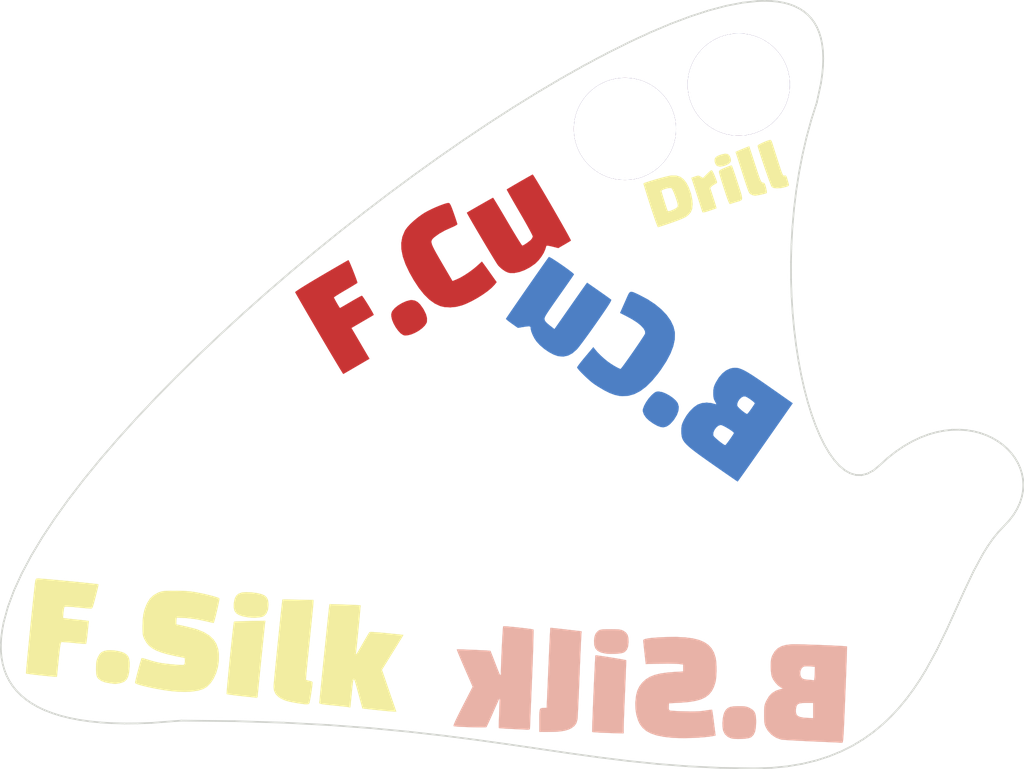
<source format=kicad_pcb>
(kicad_pcb (version 20171130) (host pcbnew 5.0.2+dfsg1-1)

  (general
    (thickness 1.6)
    (drawings 0)
    (tracks 0)
    (zones 0)
    (modules 1)
    (nets 1)
  )

  (page A4)
  (layers
    (0 F.Cu signal)
    (31 B.Cu signal)
    (32 B.Adhes user)
    (33 F.Adhes user)
    (34 B.Paste user)
    (35 F.Paste user)
    (36 B.SilkS user)
    (37 F.SilkS user)
    (38 B.Mask user)
    (39 F.Mask user)
    (40 Dwgs.User user)
    (41 Cmts.User user)
    (42 Eco1.User user)
    (43 Eco2.User user)
    (44 Edge.Cuts user)
    (45 Margin user)
    (46 B.CrtYd user)
    (47 F.CrtYd user)
    (48 B.Fab user)
    (49 F.Fab user)
  )

  (setup
    (last_trace_width 0.25)
    (trace_clearance 0.2)
    (zone_clearance 0.508)
    (zone_45_only no)
    (trace_min 0.2)
    (segment_width 0.2)
    (edge_width 0.15)
    (via_size 0.8)
    (via_drill 0.4)
    (via_min_size 0.4)
    (via_min_drill 0.3)
    (uvia_size 0.3)
    (uvia_drill 0.1)
    (uvias_allowed no)
    (uvia_min_size 0.2)
    (uvia_min_drill 0.1)
    (pcb_text_width 0.3)
    (pcb_text_size 1.5 1.5)
    (mod_edge_width 0.15)
    (mod_text_size 1 1)
    (mod_text_width 0.15)
    (pad_size 1.524 1.524)
    (pad_drill 0.762)
    (pad_to_mask_clearance 0.051)
    (solder_mask_min_width 0.25)
    (aux_axis_origin 0 0)
    (visible_elements FFFFFF7F)
    (pcbplotparams
      (layerselection 0x010fc_ffffffff)
      (usegerberextensions false)
      (usegerberattributes false)
      (usegerberadvancedattributes false)
      (creategerberjobfile false)
      (excludeedgelayer true)
      (linewidth 0.100000)
      (plotframeref false)
      (viasonmask false)
      (mode 1)
      (useauxorigin false)
      (hpglpennumber 1)
      (hpglpenspeed 20)
      (hpglpendiameter 15.000000)
      (psnegative false)
      (psa4output false)
      (plotreference true)
      (plotvalue true)
      (plotinvisibletext false)
      (padsonsilk false)
      (subtractmaskfromsilk false)
      (outputformat 1)
      (mirror false)
      (drillshape 0)
      (scaleselection 1)
      (outputdirectory "./"))
  )

  (net 0 "")

  (net_class Default "Esta es la clase de red por defecto."
    (clearance 0.2)
    (trace_width 0.25)
    (via_dia 0.8)
    (via_drill 0.4)
    (uvia_dia 0.3)
    (uvia_drill 0.1)
  )

  (module prototipo1:prototipo1 (layer F.Cu) (tedit 0) (tstamp 5DB712A3)
    (at 143.7 86.2)
    (fp_text reference Ref** (at 0 0) (layer F.SilkS) hide
      (effects (font (size 1.27 1.27) (thickness 0.15)))
    )
    (fp_text value Val** (at 0 0) (layer F.SilkS) hide
      (effects (font (size 1.27 1.27) (thickness 0.15)))
    )
    (fp_line (start 17.863461 -16.301149) (end 17.863361 -16.301147) (layer Edge.Cuts) (width 0.1))
    (fp_line (start 17.863461 -16.301149) (end 17.863461 -16.301149) (layer Edge.Cuts) (width 0.1))
    (fp_line (start 18.107403 -17.433417) (end 17.863461 -16.301149) (layer Edge.Cuts) (width 0.1))
    (fp_line (start 18.181873 -17.950668) (end 18.107403 -17.433417) (layer Edge.Cuts) (width 0.1))
    (fp_line (start 18.225463 -18.435942) (end 18.181873 -17.950668) (layer Edge.Cuts) (width 0.1))
    (fp_line (start 18.238703 -18.8897) (end 18.225463 -18.435942) (layer Edge.Cuts) (width 0.1))
    (fp_line (start 18.222313 -19.312399) (end 18.238703 -18.8897) (layer Edge.Cuts) (width 0.1))
    (fp_line (start 18.176903 -19.704501) (end 18.222313 -19.312399) (layer Edge.Cuts) (width 0.1))
    (fp_line (start 18.103043 -20.066461) (end 18.176903 -19.704501) (layer Edge.Cuts) (width 0.1))
    (fp_line (start 18.001312 -20.398742) (end 18.103043 -20.066461) (layer Edge.Cuts) (width 0.1))
    (fp_line (start 17.872323 -20.701802) (end 18.001312 -20.398742) (layer Edge.Cuts) (width 0.1))
    (fp_line (start 17.716697 -20.9761) (end 17.872323 -20.701802) (layer Edge.Cuts) (width 0.1))
    (fp_line (start 17.535029 -21.222094) (end 17.716697 -20.9761) (layer Edge.Cuts) (width 0.1))
    (fp_line (start 17.327918 -21.440244) (end 17.535029 -21.222094) (layer Edge.Cuts) (width 0.1))
    (fp_line (start 17.095974 -21.63101) (end 17.327918 -21.440244) (layer Edge.Cuts) (width 0.1))
    (fp_line (start 16.839794 -21.79485) (end 17.095974 -21.63101) (layer Edge.Cuts) (width 0.1))
    (fp_line (start 16.559988 -21.932226) (end 16.839794 -21.79485) (layer Edge.Cuts) (width 0.1))
    (fp_line (start 16.257152 -22.043597) (end 16.559988 -21.932226) (layer Edge.Cuts) (width 0.1))
    (fp_line (start 15.931895 -22.129414) (end 16.257152 -22.043597) (layer Edge.Cuts) (width 0.1))
    (fp_line (start 15.584818 -22.190145) (end 15.931895 -22.129414) (layer Edge.Cuts) (width 0.1))
    (fp_line (start 15.216524 -22.226246) (end 15.584818 -22.190145) (layer Edge.Cuts) (width 0.1))
    (fp_line (start 14.827621 -22.238176) (end 15.216524 -22.226246) (layer Edge.Cuts) (width 0.1))
    (fp_line (start 14.418708 -22.226395) (end 14.827621 -22.238176) (layer Edge.Cuts) (width 0.1))
    (fp_line (start 13.54327 -22.133537) (end 14.418708 -22.226395) (layer Edge.Cuts) (width 0.1))
    (fp_line (start 12.59504 -21.951346) (end 13.54327 -22.133537) (layer Edge.Cuts) (width 0.1))
    (fp_line (start 11.578848 -21.683493) (end 12.59504 -21.951346) (layer Edge.Cuts) (width 0.1))
    (fp_line (start 10.499519 -21.333652) (end 11.578848 -21.683493) (layer Edge.Cuts) (width 0.1))
    (fp_line (start 9.361887 -20.905497) (end 10.499519 -21.333652) (layer Edge.Cuts) (width 0.1))
    (fp_line (start 8.170775 -20.402701) (end 9.361887 -20.905497) (layer Edge.Cuts) (width 0.1))
    (fp_line (start 6.931013 -19.828938) (end 8.170775 -20.402701) (layer Edge.Cuts) (width 0.1))
    (fp_line (start 5.64743 -19.187881) (end 6.931013 -19.828938) (layer Edge.Cuts) (width 0.1))
    (fp_line (start 4.324853 -18.483203) (end 5.64743 -19.187881) (layer Edge.Cuts) (width 0.1))
    (fp_line (start 2.968115 -17.718578) (end 4.324853 -18.483203) (layer Edge.Cuts) (width 0.1))
    (fp_line (start 1.582036 -16.897678) (end 2.968115 -17.718578) (layer Edge.Cuts) (width 0.1))
    (fp_line (start 0.171453 -16.024179) (end 1.582036 -16.897678) (layer Edge.Cuts) (width 0.1))
    (fp_line (start -1.258811 -15.101753) (end 0.171453 -16.024179) (layer Edge.Cuts) (width 0.1))
    (fp_line (start -2.703928 -14.134073) (end -1.258811 -15.101753) (layer Edge.Cuts) (width 0.1))
    (fp_line (start -4.159063 -13.12481) (end -2.703928 -14.134073) (layer Edge.Cuts) (width 0.1))
    (fp_line (start -5.619395 -12.07764) (end -4.159063 -13.12481) (layer Edge.Cuts) (width 0.1))
    (fp_line (start -7.080094 -10.996239) (end -5.619395 -12.07764) (layer Edge.Cuts) (width 0.1))
    (fp_line (start -8.53636 -9.884216) (end -7.080094 -10.996239) (layer Edge.Cuts) (width 0.1))
    (fp_line (start -9.983305 -8.745368) (end -8.53636 -9.884216) (layer Edge.Cuts) (width 0.1))
    (fp_line (start -11.416132 -7.583309) (end -9.983305 -8.745368) (layer Edge.Cuts) (width 0.1))
    (fp_line (start -12.830011 -6.401708) (end -11.416132 -7.583309) (layer Edge.Cuts) (width 0.1))
    (fp_line (start -14.220112 -5.204243) (end -12.830011 -6.401708) (layer Edge.Cuts) (width 0.1))
    (fp_line (start -15.581611 -3.994583) (end -14.220112 -5.204243) (layer Edge.Cuts) (width 0.1))
    (fp_line (start -16.909677 -2.776405) (end -15.581611 -3.994583) (layer Edge.Cuts) (width 0.1))
    (fp_line (start -18.199482 -1.55338) (end -16.909677 -2.776405) (layer Edge.Cuts) (width 0.1))
    (fp_line (start -19.446196 -0.329181) (end -18.199482 -1.55338) (layer Edge.Cuts) (width 0.1))
    (fp_line (start -20.644999 0.892514) (end -19.446196 -0.329181) (layer Edge.Cuts) (width 0.1))
    (fp_line (start -21.791052 2.108037) (end -20.644999 0.892514) (layer Edge.Cuts) (width 0.1))
    (fp_line (start -22.879529 3.313712) (end -21.791052 2.108037) (layer Edge.Cuts) (width 0.1))
    (fp_line (start -23.905604 4.505865) (end -22.879529 3.313712) (layer Edge.Cuts) (width 0.1))
    (fp_line (start -24.864447 5.680824) (end -23.905604 4.505865) (layer Edge.Cuts) (width 0.1))
    (fp_line (start -25.751231 6.834917) (end -24.864447 5.680824) (layer Edge.Cuts) (width 0.1))
    (fp_line (start -26.561125 7.964466) (end -25.751231 6.834917) (layer Edge.Cuts) (width 0.1))
    (fp_line (start -27.289305 9.065803) (end -26.561125 7.964466) (layer Edge.Cuts) (width 0.1))
    (fp_line (start -27.93094 10.135251) (end -27.289305 9.065803) (layer Edge.Cuts) (width 0.1))
    (fp_line (start -28.481201 11.169136) (end -27.93094 10.135251) (layer Edge.Cuts) (width 0.1))
    (fp_line (start -28.93526 12.163788) (end -28.481201 11.169136) (layer Edge.Cuts) (width 0.1))
    (fp_line (start -29.288291 13.11553) (end -28.93526 12.163788) (layer Edge.Cuts) (width 0.1))
    (fp_line (start -29.535463 14.020691) (end -29.288291 13.11553) (layer Edge.Cuts) (width 0.1))
    (fp_line (start -29.617837 14.454658) (end -29.535463 14.020691) (layer Edge.Cuts) (width 0.1))
    (fp_line (start -29.671943 14.875599) (end -29.617837 14.454658) (layer Edge.Cuts) (width 0.1))
    (fp_line (start -29.697169 15.283058) (end -29.671943 14.875599) (layer Edge.Cuts) (width 0.1))
    (fp_line (start -29.692895 15.676577) (end -29.697169 15.283058) (layer Edge.Cuts) (width 0.1))
    (fp_line (start -29.658548 16.055694) (end -29.692895 15.676577) (layer Edge.Cuts) (width 0.1))
    (fp_line (start -29.59351 16.419953) (end -29.658548 16.055694) (layer Edge.Cuts) (width 0.1))
    (fp_line (start -29.497183 16.768893) (end -29.59351 16.419953) (layer Edge.Cuts) (width 0.1))
    (fp_line (start -29.368968 17.102052) (end -29.497183 16.768893) (layer Edge.Cuts) (width 0.1))
    (fp_line (start -29.208251 17.418977) (end -29.368968 17.102052) (layer Edge.Cuts) (width 0.1))
    (fp_line (start -29.014428 17.719204) (end -29.208251 17.418977) (layer Edge.Cuts) (width 0.1))
    (fp_line (start -28.786897 18.002276) (end -29.014428 17.719204) (layer Edge.Cuts) (width 0.1))
    (fp_line (start -28.525055 18.267735) (end -28.786897 18.002276) (layer Edge.Cuts) (width 0.1))
    (fp_line (start -28.228298 18.515117) (end -28.525055 18.267735) (layer Edge.Cuts) (width 0.1))
    (fp_line (start -27.896024 18.743968) (end -28.228298 18.515117) (layer Edge.Cuts) (width 0.1))
    (fp_line (start -27.52763 18.953828) (end -27.896024 18.743968) (layer Edge.Cuts) (width 0.1))
    (fp_line (start -27.122509 19.144234) (end -27.52763 18.953828) (layer Edge.Cuts) (width 0.1))
    (fp_line (start -26.680062 19.31473) (end -27.122509 19.144234) (layer Edge.Cuts) (width 0.1))
    (fp_line (start -26.199681 19.464859) (end -26.680062 19.31473) (layer Edge.Cuts) (width 0.1))
    (fp_line (start -25.680766 19.594156) (end -26.199681 19.464859) (layer Edge.Cuts) (width 0.1))
    (fp_line (start -25.122758 19.702195) (end -25.680766 19.594156) (layer Edge.Cuts) (width 0.1))
    (fp_line (start -24.524961 19.788455) (end -25.122758 19.702195) (layer Edge.Cuts) (width 0.1))
    (fp_line (start -23.886861 19.852485) (end -24.524961 19.788455) (layer Edge.Cuts) (width 0.1))
    (fp_line (start -23.207768 19.893885) (end -23.886861 19.852485) (layer Edge.Cuts) (width 0.1))
    (fp_line (start -22.487121 19.912175) (end -23.207768 19.893885) (layer Edge.Cuts) (width 0.1))
    (fp_line (start -21.724319 19.906675) (end -22.487121 19.912175) (layer Edge.Cuts) (width 0.1))
    (fp_line (start -20.918756 19.877315) (end -21.724319 19.906675) (layer Edge.Cuts) (width 0.1))
    (fp_line (start -19.176927 19.744615) (end -20.918756 19.877315) (layer Edge.Cuts) (width 0.1))
    (fp_line (start -16.061912 19.775875) (end -19.176927 19.744615) (layer Edge.Cuts) (width 0.1))
    (fp_line (start -13.206506 19.864295) (end -16.061912 19.775875) (layer Edge.Cuts) (width 0.1))
    (fp_line (start -10.584442 20.001689) (end -13.206506 19.864295) (layer Edge.Cuts) (width 0.1))
    (fp_line (start -8.169435 20.179888) (end -10.584442 20.001689) (layer Edge.Cuts) (width 0.1))
    (fp_line (start -5.93519 20.390735) (end -8.169435 20.179888) (layer Edge.Cuts) (width 0.1))
    (fp_line (start -3.855421 20.626071) (end -5.93519 20.390735) (layer Edge.Cuts) (width 0.1))
    (fp_line (start -1.903838 20.877727) (end -3.855421 20.626071) (layer Edge.Cuts) (width 0.1))
    (fp_line (start -0.054152 21.137544) (end -1.903838 20.877727) (layer Edge.Cuts) (width 0.1))
    (fp_line (start 3.44468 21.64902) (end -0.054152 21.137544) (layer Edge.Cuts) (width 0.1))
    (fp_line (start 5.146406 21.884355) (end 3.44468 21.64902) (layer Edge.Cuts) (width 0.1))
    (fp_line (start 6.851389 22.095202) (end 5.146406 21.884355) (layer Edge.Cuts) (width 0.1))
    (fp_line (start 8.585921 22.273402) (end 6.851389 22.095202) (layer Edge.Cuts) (width 0.1))
    (fp_line (start 10.37629 22.410798) (end 8.585921 22.273402) (layer Edge.Cuts) (width 0.1))
    (fp_line (start 12.248782 22.499218) (end 10.37629 22.410798) (layer Edge.Cuts) (width 0.1))
    (fp_line (start 14.229689 22.530498) (end 12.248782 22.499218) (layer Edge.Cuts) (width 0.1))
    (fp_line (start 15.220135 22.499998) (end 14.229689 22.530498) (layer Edge.Cuts) (width 0.1))
    (fp_line (start 16.149372 22.410708) (end 15.220135 22.499998) (layer Edge.Cuts) (width 0.1))
    (fp_line (start 17.020063 22.265816) (end 16.149372 22.410708) (layer Edge.Cuts) (width 0.1))
    (fp_line (start 17.834864 22.06856) (end 17.020063 22.265816) (layer Edge.Cuts) (width 0.1))
    (fp_line (start 18.596439 21.822178) (end 17.834864 22.06856) (layer Edge.Cuts) (width 0.1))
    (fp_line (start 19.307447 21.529902) (end 18.596439 21.822178) (layer Edge.Cuts) (width 0.1))
    (fp_line (start 19.970554 21.194962) (end 19.307447 21.529902) (layer Edge.Cuts) (width 0.1))
    (fp_line (start 20.588421 20.820593) (end 19.970554 21.194962) (layer Edge.Cuts) (width 0.1))
    (fp_line (start 21.163704 20.410026) (end 20.588421 20.820593) (layer Edge.Cuts) (width 0.1))
    (fp_line (start 21.69907 19.966497) (end 21.163704 20.410026) (layer Edge.Cuts) (width 0.1))
    (fp_line (start 22.197174 19.493228) (end 21.69907 19.966497) (layer Edge.Cuts) (width 0.1))
    (fp_line (start 22.660682 18.99346) (end 22.197174 19.493228) (layer Edge.Cuts) (width 0.1))
    (fp_line (start 23.09226 18.470421) (end 22.660682 18.99346) (layer Edge.Cuts) (width 0.1))
    (fp_line (start 23.494559 17.927344) (end 23.09226 18.470421) (layer Edge.Cuts) (width 0.1))
    (fp_line (start 23.870246 17.367464) (end 23.494559 17.927344) (layer Edge.Cuts) (width 0.1))
    (fp_line (start 24.22198 16.794004) (end 23.870246 17.367464) (layer Edge.Cuts) (width 0.1))
    (fp_line (start 24.864239 15.619299) (end 24.22198 16.794004) (layer Edge.Cuts) (width 0.1))
    (fp_line (start 25.442628 14.429075) (end 24.864239 15.619299) (layer Edge.Cuts) (width 0.1))
    (fp_line (start 26.492955 12.105513) (end 25.442628 14.429075) (layer Edge.Cuts) (width 0.1))
    (fp_line (start 27.007472 11.023885) (end 26.492955 12.105513) (layer Edge.Cuts) (width 0.1))
    (fp_line (start 27.54328 10.030166) (end 27.007472 11.023885) (layer Edge.Cuts) (width 0.1))
    (fp_line (start 27.825823 9.574351) (end 27.54328 10.030166) (layer Edge.Cuts) (width 0.1))
    (fp_line (start 28.121668 9.150211) (end 27.825823 9.574351) (layer Edge.Cuts) (width 0.1))
    (fp_line (start 28.433486 8.760974) (end 28.121668 9.150211) (layer Edge.Cuts) (width 0.1))
    (fp_line (start 28.763931 8.409877) (end 28.433486 8.760974) (layer Edge.Cuts) (width 0.1))
    (fp_line (start 29.077356 8.074991) (end 28.763931 8.409877) (layer Edge.Cuts) (width 0.1))
    (fp_line (start 29.337563 7.733631) (end 29.077356 8.074991) (layer Edge.Cuts) (width 0.1))
    (fp_line (start 29.546388 7.387896) (end 29.337563 7.733631) (layer Edge.Cuts) (width 0.1))
    (fp_line (start 29.705671 7.039882) (end 29.546388 7.387896) (layer Edge.Cuts) (width 0.1))
    (fp_line (start 29.817227 6.691685) (end 29.705671 7.039882) (layer Edge.Cuts) (width 0.1))
    (fp_line (start 29.882907 6.345398) (end 29.817227 6.691685) (layer Edge.Cuts) (width 0.1))
    (fp_line (start 29.904537 6.003121) (end 29.882907 6.345398) (layer Edge.Cuts) (width 0.1))
    (fp_line (start 29.883977 5.666948) (end 29.904537 6.003121) (layer Edge.Cuts) (width 0.1))
    (fp_line (start 29.823027 5.338976) (end 29.883977 5.666948) (layer Edge.Cuts) (width 0.1))
    (fp_line (start 29.723537 5.021298) (end 29.823027 5.338976) (layer Edge.Cuts) (width 0.1))
    (fp_line (start 29.587351 4.716015) (end 29.723537 5.021298) (layer Edge.Cuts) (width 0.1))
    (fp_line (start 29.41628 4.425218) (end 29.587351 4.716015) (layer Edge.Cuts) (width 0.1))
    (fp_line (start 29.21217 4.151007) (end 29.41628 4.425218) (layer Edge.Cuts) (width 0.1))
    (fp_line (start 28.976859 3.895476) (end 29.21217 4.151007) (layer Edge.Cuts) (width 0.1))
    (fp_line (start 28.712177 3.660721) (end 28.976859 3.895476) (layer Edge.Cuts) (width 0.1))
    (fp_line (start 28.419961 3.448839) (end 28.712177 3.660721) (layer Edge.Cuts) (width 0.1))
    (fp_line (start 28.102047 3.261926) (end 28.419961 3.448839) (layer Edge.Cuts) (width 0.1))
    (fp_line (start 27.760266 3.102075) (end 28.102047 3.261926) (layer Edge.Cuts) (width 0.1))
    (fp_line (start 27.396455 2.971378) (end 27.760266 3.102075) (layer Edge.Cuts) (width 0.1))
    (fp_line (start 27.012447 2.871948) (end 27.396455 2.971378) (layer Edge.Cuts) (width 0.1))
    (fp_line (start 26.610078 2.805878) (end 27.012447 2.871948) (layer Edge.Cuts) (width 0.1))
    (fp_line (start 26.19118 2.775248) (end 26.610078 2.805878) (layer Edge.Cuts) (width 0.1))
    (fp_line (start 25.757594 2.782148) (end 26.19118 2.775248) (layer Edge.Cuts) (width 0.1))
    (fp_line (start 25.311146 2.828698) (end 25.757594 2.782148) (layer Edge.Cuts) (width 0.1))
    (fp_line (start 24.853676 2.916988) (end 25.311146 2.828698) (layer Edge.Cuts) (width 0.1))
    (fp_line (start 24.387019 3.049106) (end 24.853676 2.916988) (layer Edge.Cuts) (width 0.1))
    (fp_line (start 23.913005 3.227158) (end 24.387019 3.049106) (layer Edge.Cuts) (width 0.1))
    (fp_line (start 23.433471 3.453234) (end 23.913005 3.227158) (layer Edge.Cuts) (width 0.1))
    (fp_line (start 22.950253 3.729431) (end 23.433471 3.453234) (layer Edge.Cuts) (width 0.1))
    (fp_line (start 22.465182 4.057841) (end 22.950253 3.729431) (layer Edge.Cuts) (width 0.1))
    (fp_line (start 21.980097 4.440569) (end 22.465182 4.057841) (layer Edge.Cuts) (width 0.1))
    (fp_line (start 21.49683 4.879702) (end 21.980097 4.440569) (layer Edge.Cuts) (width 0.1))
    (fp_line (start 21.156406 5.15959) (end 21.49683 4.879702) (layer Edge.Cuts) (width 0.1))
    (fp_line (start 20.817311 5.339933) (end 21.156406 5.15959) (layer Edge.Cuts) (width 0.1))
    (fp_line (start 20.480879 5.424603) (end 20.817311 5.339933) (layer Edge.Cuts) (width 0.1))
    (fp_line (start 20.14844 5.417603) (end 20.480879 5.424603) (layer Edge.Cuts) (width 0.1))
    (fp_line (start 19.82132 5.322593) (end 20.14844 5.417603) (layer Edge.Cuts) (width 0.1))
    (fp_line (start 19.500855 5.143543) (end 19.82132 5.322593) (layer Edge.Cuts) (width 0.1))
    (fp_line (start 19.188376 4.884342) (end 19.500855 5.143543) (layer Edge.Cuts) (width 0.1))
    (fp_line (start 18.885209 4.548862) (end 19.188376 4.884342) (layer Edge.Cuts) (width 0.1))
    (fp_line (start 18.592688 4.140991) (end 18.885209 4.548862) (layer Edge.Cuts) (width 0.1))
    (fp_line (start 18.312142 3.6646) (end 18.592688 4.140991) (layer Edge.Cuts) (width 0.1))
    (fp_line (start 18.044904 3.123571) (end 18.312142 3.6646) (layer Edge.Cuts) (width 0.1))
    (fp_line (start 17.792303 2.521781) (end 18.044904 3.123571) (layer Edge.Cuts) (width 0.1))
    (fp_line (start 17.555668 1.863106) (end 17.792303 2.521781) (layer Edge.Cuts) (width 0.1))
    (fp_line (start 17.336333 1.151429) (end 17.555668 1.863106) (layer Edge.Cuts) (width 0.1))
    (fp_line (start 17.135627 0.390628) (end 17.336333 1.151429) (layer Edge.Cuts) (width 0.1))
    (fp_line (start 16.954878 -0.415423) (end 17.135627 0.390628) (layer Edge.Cuts) (width 0.1))
    (fp_line (start 16.795427 -1.262843) (end 16.954878 -0.415423) (layer Edge.Cuts) (width 0.1))
    (fp_line (start 16.658593 -2.147751) (end 16.795427 -1.262843) (layer Edge.Cuts) (width 0.1))
    (fp_line (start 16.545711 -3.066274) (end 16.658593 -2.147751) (layer Edge.Cuts) (width 0.1))
    (fp_line (start 16.458111 -4.014531) (end 16.545711 -3.066274) (layer Edge.Cuts) (width 0.1))
    (fp_line (start 16.397121 -4.988642) (end 16.458111 -4.014531) (layer Edge.Cuts) (width 0.1))
    (fp_line (start 16.364081 -5.984732) (end 16.397121 -4.988642) (layer Edge.Cuts) (width 0.1))
    (fp_line (start 16.360381 -6.998918) (end 16.364081 -5.984732) (layer Edge.Cuts) (width 0.1))
    (fp_line (start 16.387221 -8.027328) (end 16.360381 -6.998918) (layer Edge.Cuts) (width 0.1))
    (fp_line (start 16.445991 -9.066081) (end 16.387221 -8.027328) (layer Edge.Cuts) (width 0.1))
    (fp_line (start 16.538041 -10.111298) (end 16.445991 -9.066081) (layer Edge.Cuts) (width 0.1))
    (fp_line (start 16.664667 -11.159098) (end 16.538041 -10.111298) (layer Edge.Cuts) (width 0.1))
    (fp_line (start 16.82723 -12.205606) (end 16.664667 -11.159098) (layer Edge.Cuts) (width 0.1))
    (fp_line (start 17.027048 -13.246947) (end 16.82723 -12.205606) (layer Edge.Cuts) (width 0.1))
    (fp_line (start 17.265456 -14.279234) (end 17.027048 -13.246947) (layer Edge.Cuts) (width 0.1))
    (fp_line (start 17.543782 -15.298594) (end 17.265456 -14.279234) (layer Edge.Cuts) (width 0.1))
    (fp_line (start 17.863361 -16.301147) (end 17.543782 -15.298594) (layer Edge.Cuts) (width 0.1))
    (fp_poly (pts (xy 12.645295 -13.310334) (xy 12.744599 -13.245922) (xy 12.814949 -13.120431) (xy 12.824175 -13.095148)
      (xy 12.85909 -12.977744) (xy 12.858913 -12.900366) (xy 12.822507 -12.825477) (xy 12.815692 -12.814939)
      (xy 12.722729 -12.730382) (xy 12.574463 -12.654087) (xy 12.400184 -12.597799) (xy 12.229182 -12.573258)
      (xy 12.212186 -12.573) (xy 12.085686 -12.599605) (xy 12.006251 -12.652417) (xy 11.949583 -12.749395)
      (xy 11.911196 -12.87495) (xy 11.910258 -12.880484) (xy 11.914114 -13.014526) (xy 11.979746 -13.120874)
      (xy 12.114982 -13.207372) (xy 12.304211 -13.275176) (xy 12.503133 -13.318481) (xy 12.645295 -13.310334)) (layer F.SilkS) (width 0.01))
    (fp_poly (pts (xy 15.178421 -14.123288) (xy 15.216864 -14.075201) (xy 15.260776 -13.974247) (xy 15.277853 -13.92149)
      (xy 15.307019 -13.825712) (xy 15.357366 -13.664603) (xy 15.424076 -13.453408) (xy 15.502327 -13.207372)
      (xy 15.587301 -12.941739) (xy 15.608229 -12.876547) (xy 15.699907 -12.592431) (xy 15.770434 -12.379274)
      (xy 15.824204 -12.227316) (xy 15.865611 -12.126793) (xy 15.89905 -12.067944) (xy 15.928915 -12.041008)
      (xy 15.959599 -12.036223) (xy 15.984368 -12.040938) (xy 16.024998 -12.050293) (xy 16.055898 -12.046441)
      (xy 16.082899 -12.017227) (xy 16.111835 -11.950495) (xy 16.148537 -11.834089) (xy 16.198837 -11.655854)
      (xy 16.239141 -11.509941) (xy 16.229764 -11.464488) (xy 16.164966 -11.42326) (xy 16.031387 -11.378208)
      (xy 16.010799 -11.372358) (xy 15.763701 -11.319289) (xy 15.543405 -11.303048) (xy 15.366121 -11.323355)
      (xy 15.248055 -11.37993) (xy 15.242013 -11.385653) (xy 15.21291 -11.440802) (xy 15.162328 -11.563989)
      (xy 15.094579 -11.742609) (xy 15.013972 -11.964056) (xy 14.924818 -12.215724) (xy 14.831427 -12.485007)
      (xy 14.738109 -12.759302) (xy 14.649174 -13.026) (xy 14.568932 -13.272498) (xy 14.501694 -13.486189)
      (xy 14.45177 -13.654468) (xy 14.423469 -13.764729) (xy 14.418852 -13.793081) (xy 14.453429 -13.83056)
      (xy 14.54714 -13.88651) (xy 14.679062 -13.951836) (xy 14.828277 -14.017443) (xy 14.973862 -14.074237)
      (xy 15.094897 -14.113123) (xy 15.170463 -14.125006) (xy 15.178421 -14.123288)) (layer F.SilkS) (width 0.01))
    (fp_poly (pts (xy 14.266647 -12.701615) (xy 14.370174 -12.382727) (xy 14.451898 -12.135307) (xy 14.51573 -11.950151)
      (xy 14.56558 -11.81806) (xy 14.605356 -11.729831) (xy 14.63897 -11.676264) (xy 14.67033 -11.648157)
      (xy 14.703347 -11.636309) (xy 14.720396 -11.633757) (xy 14.782246 -11.618257) (xy 14.825594 -11.576876)
      (xy 14.862037 -11.4908) (xy 14.903169 -11.341211) (xy 14.904881 -11.334417) (xy 14.936889 -11.190408)
      (xy 14.953043 -11.082151) (xy 14.950075 -11.031945) (xy 14.949275 -11.0313) (xy 14.873058 -11.001877)
      (xy 14.74148 -10.966047) (xy 14.582905 -10.930008) (xy 14.425694 -10.899958) (xy 14.298211 -10.882094)
      (xy 14.255348 -10.879667) (xy 14.110232 -10.907418) (xy 13.999097 -10.965658) (xy 13.972702 -10.987421)
      (xy 13.948393 -11.012958) (xy 13.923583 -11.049428) (xy 13.895688 -11.103985) (xy 13.862121 -11.183788)
      (xy 13.820297 -11.295993) (xy 13.76763 -11.447756) (xy 13.701535 -11.646234) (xy 13.619425 -11.898585)
      (xy 13.518715 -12.211964) (xy 13.396819 -12.593528) (xy 13.290721 -12.926299) (xy 13.130876 -13.427765)
      (xy 13.307021 -13.505248) (xy 13.454193 -13.567936) (xy 13.626579 -13.638568) (xy 13.704297 -13.669474)
      (xy 13.925427 -13.756216) (xy 14.266647 -12.701615)) (layer F.SilkS) (width 0.01))
    (fp_poly (pts (xy 12.910107 -12.630521) (xy 12.931842 -12.581494) (xy 12.975129 -12.463349) (xy 13.035992 -12.287692)
      (xy 13.110456 -12.066132) (xy 13.194545 -11.810275) (xy 13.253392 -11.628241) (xy 13.353735 -11.318003)
      (xy 13.42986 -11.078727) (xy 13.480871 -10.899987) (xy 13.505872 -10.771353) (xy 13.503969 -10.682397)
      (xy 13.474266 -10.622692) (xy 13.415869 -10.58181) (xy 13.327881 -10.549322) (xy 13.209408 -10.5148)
      (xy 13.15646 -10.499056) (xy 13.005159 -10.4523) (xy 12.88144 -10.412894) (xy 12.811997 -10.389342)
      (xy 12.811863 -10.38929) (xy 12.784763 -10.400514) (xy 12.748651 -10.457216) (xy 12.700549 -10.56679)
      (xy 12.637477 -10.736628) (xy 12.556458 -10.974124) (xy 12.471027 -11.235426) (xy 12.386604 -11.4992)
      (xy 12.310262 -11.741999) (xy 12.246225 -11.950046) (xy 12.198714 -12.109563) (xy 12.171954 -12.206774)
      (xy 12.168473 -12.222419) (xy 12.162596 -12.279161) (xy 12.178864 -12.323801) (xy 12.230942 -12.367526)
      (xy 12.332491 -12.421523) (xy 12.497175 -12.496978) (xy 12.511795 -12.503521) (xy 12.672979 -12.570548)
      (xy 12.805318 -12.616152) (xy 12.890233 -12.634408) (xy 12.910107 -12.630521)) (layer F.SilkS) (width 0.01))
    (fp_poly (pts (xy 11.774583 -12.322801) (xy 11.834277 -12.215125) (xy 11.907734 -12.050186) (xy 11.989553 -11.839866)
      (xy 12.053559 -11.658301) (xy 12.030144 -11.611931) (xy 11.951786 -11.562805) (xy 11.944389 -11.559647)
      (xy 11.823854 -11.491029) (xy 11.734522 -11.416013) (xy 11.64968 -11.324167) (xy 11.839079 -10.737934)
      (xy 11.905128 -10.530076) (xy 11.959264 -10.353094) (xy 11.997231 -10.221441) (xy 12.014773 -10.149571)
      (xy 12.014989 -10.140656) (xy 11.97163 -10.123477) (xy 11.865778 -10.08614) (xy 11.715385 -10.034892)
      (xy 11.605551 -9.998177) (xy 11.423404 -9.939126) (xy 11.305842 -9.906269) (xy 11.23767 -9.897453)
      (xy 11.203693 -9.910526) (xy 11.189774 -9.939288) (xy 11.171549 -9.99889) (xy 11.131161 -10.126802)
      (xy 11.07252 -10.310783) (xy 10.999533 -10.538589) (xy 10.916111 -10.79798) (xy 10.862464 -10.964334)
      (xy 10.554982 -11.916834) (xy 10.761721 -11.98904) (xy 10.887049 -12.029551) (xy 10.967211 -12.03937)
      (xy 11.03622 -12.017789) (xy 11.098728 -11.982026) (xy 11.228997 -11.902804) (xy 11.452831 -12.132069)
      (xy 11.567883 -12.242584) (xy 11.66616 -12.32389) (xy 11.728815 -12.360619) (xy 11.734049 -12.361334)
      (xy 11.774583 -12.322801)) (layer F.SilkS) (width 0.01))
    (fp_poly (pts (xy 9.671546 -12.047265) (xy 9.896854 -11.978454) (xy 10.089317 -11.841828) (xy 10.257187 -11.631732)
      (xy 10.393462 -11.376468) (xy 10.533065 -10.995751) (xy 10.610801 -10.610096) (xy 10.62497 -10.373356)
      (xy 10.599245 -10.113352) (xy 10.517277 -9.907043) (xy 10.369672 -9.737599) (xy 10.205329 -9.621631)
      (xy 10.089165 -9.56365) (xy 9.907013 -9.486957) (xy 9.674005 -9.397086) (xy 9.405275 -9.299568)
      (xy 9.115956 -9.199936) (xy 8.821181 -9.103723) (xy 8.611144 -9.038795) (xy 8.586542 -9.074164)
      (xy 8.540043 -9.182739) (xy 8.474449 -9.356742) (xy 8.392562 -9.588395) (xy 8.297182 -9.869921)
      (xy 8.191112 -10.19354) (xy 8.157159 -10.299129) (xy 8.057805 -10.611025) (xy 7.967982 -10.896062)
      (xy 7.890675 -11.144525) (xy 7.887924 -11.153524) (xy 8.805333 -11.153524) (xy 8.817627 -11.097798)
      (xy 8.850649 -10.980155) (xy 8.898611 -10.819085) (xy 8.955722 -10.633079) (xy 9.016195 -10.440625)
      (xy 9.074239 -10.260214) (xy 9.124065 -10.110337) (xy 9.159885 -10.009482) (xy 9.173274 -9.978362)
      (xy 9.225402 -9.961731) (xy 9.337913 -9.990122) (xy 9.515076 -10.064738) (xy 9.567333 -10.089486)
      (xy 9.693205 -10.162373) (xy 9.753893 -10.234464) (xy 9.766516 -10.287) (xy 9.756087 -10.378146)
      (xy 9.720068 -10.520573) (xy 9.665822 -10.694048) (xy 9.600712 -10.878338) (xy 9.532102 -11.053209)
      (xy 9.467355 -11.198427) (xy 9.413835 -11.29376) (xy 9.391341 -11.31792) (xy 9.317237 -11.329734)
      (xy 9.199448 -11.316172) (xy 9.063672 -11.284444) (xy 8.935603 -11.241758) (xy 8.840937 -11.195322)
      (xy 8.805333 -11.153524) (xy 7.887924 -11.153524) (xy 7.828869 -11.346696) (xy 7.78555 -11.492859)
      (xy 7.763701 -11.573297) (xy 7.761839 -11.585951) (xy 7.820288 -11.615437) (xy 7.945011 -11.660846)
      (xy 8.120122 -11.717654) (xy 8.329734 -11.781337) (xy 8.557962 -11.847371) (xy 8.788918 -11.911232)
      (xy 9.006717 -11.968396) (xy 9.195471 -12.014339) (xy 9.339296 -12.044538) (xy 9.405142 -12.053918)
      (xy 9.671546 -12.047265)) (layer F.SilkS) (width 0.01))
    (fp_poly (pts (xy -15.083941 12.265549) (xy -15.035409 12.270576) (xy -14.721225 12.314787) (xy -14.482263 12.374941)
      (xy -14.309551 12.458059) (xy -14.194116 12.571163) (xy -14.126985 12.721275) (xy -14.099185 12.915413)
      (xy -14.097066 13.004814) (xy -14.126612 13.279611) (xy -14.215169 13.493853) (xy -14.352829 13.640636)
      (xy -14.470169 13.691161) (xy -14.648744 13.725336) (xy -14.866369 13.7413) (xy -15.100862 13.73719)
      (xy -15.282334 13.718686) (xy -15.588327 13.661065) (xy -15.817851 13.583632) (xy -15.978232 13.478697)
      (xy -16.076794 13.338566) (xy -16.120865 13.155548) (xy -16.117768 12.921951) (xy -16.109866 12.84977)
      (xy -16.061114 12.625751) (xy -15.973261 12.457671) (xy -15.838961 12.341569) (xy -15.65087 12.273488)
      (xy -15.401645 12.249468) (xy -15.083941 12.265549)) (layer F.SilkS) (width 0.01))
    (fp_poly (pts (xy -27.430801 11.459134) (xy -27.260826 11.471464) (xy -27.036306 11.489768) (xy -26.768008 11.513005)
      (xy -26.4667 11.540131) (xy -26.143148 11.570105) (xy -25.80812 11.601883) (xy -25.472384 11.634423)
      (xy -25.146707 11.666683) (xy -24.841857 11.69762) (xy -24.5686 11.726192) (xy -24.337704 11.751356)
      (xy -24.159938 11.77207) (xy -24.046067 11.787291) (xy -24.007125 11.795423) (xy -24.011658 11.839006)
      (xy -24.034892 11.950777) (xy -24.073678 12.117128) (xy -24.124868 12.324448) (xy -24.172178 12.508903)
      (xy -24.238942 12.763252) (xy -24.289551 12.947032) (xy -24.328793 13.071708) (xy -24.361456 13.148745)
      (xy -24.392327 13.18961) (xy -24.426195 13.205768) (xy -24.464387 13.208671) (xy -24.542982 13.204645)
      (xy -24.688711 13.193089) (xy -24.884526 13.175508) (xy -25.113378 13.153406) (xy -25.263858 13.138145)
      (xy -25.527669 13.113454) (xy -25.741269 13.09867) (xy -25.89465 13.094239) (xy -25.977804 13.10061)
      (xy -25.988704 13.105724) (xy -26.009665 13.164635) (xy -26.031506 13.283271) (xy -26.049747 13.436861)
      (xy -26.050878 13.449476) (xy -26.077564 13.754453) (xy -25.939866 13.776232) (xy -25.840909 13.789334)
      (xy -25.682011 13.807577) (xy -25.487531 13.828252) (xy -25.3365 13.84338) (xy -25.129647 13.864177)
      (xy -24.938791 13.884511) (xy -24.789033 13.901645) (xy -24.720675 13.910477) (xy -24.570516 13.932205)
      (xy -24.636642 14.583208) (xy -24.661034 14.809215) (xy -24.684837 15.004579) (xy -24.705994 15.154169)
      (xy -24.722446 15.242853) (xy -24.728707 15.26015) (xy -24.777517 15.26469) (xy -24.895699 15.260525)
      (xy -25.068509 15.248606) (xy -25.281204 15.229888) (xy -25.433061 15.214611) (xy -25.666914 15.191707)
      (xy -25.873519 15.174733) (xy -26.037172 15.164724) (xy -26.142168 15.162716) (xy -26.170942 15.16595)
      (xy -26.193305 15.196221) (xy -26.215987 15.274616) (xy -26.240137 15.408515) (xy -26.266903 15.605294)
      (xy -26.297432 15.872332) (xy -26.329995 16.188051) (xy -26.429583 17.187333) (xy -26.581542 17.181733)
      (xy -26.673416 17.175327) (xy -26.832046 17.161119) (xy -27.040056 17.140791) (xy -27.280067 17.116029)
      (xy -27.472518 17.095355) (xy -27.713234 17.068053) (xy -27.923511 17.042322) (xy -28.08939 17.020022)
      (xy -28.196914 17.003015) (xy -28.232019 16.994092) (xy -28.231173 16.949987) (xy -28.222328 16.830317)
      (xy -28.206352 16.643717) (xy -28.184114 16.398823) (xy -28.156483 16.104269) (xy -28.124327 15.768691)
      (xy -28.088516 15.400724) (xy -28.049918 15.009005) (xy -28.009401 14.602168) (xy -27.967835 14.188849)
      (xy -27.926088 13.777684) (xy -27.885028 13.377307) (xy -27.845526 12.996354) (xy -27.808448 12.64346)
      (xy -27.774664 12.327262) (xy -27.745044 12.056394) (xy -27.720454 11.839492) (xy -27.701765 11.685191)
      (xy -27.689844 11.602127) (xy -27.689311 11.599333) (xy -27.660299 11.499295) (xy -27.610456 11.459198)
      (xy -27.535462 11.45382) (xy -27.430801 11.459134)) (layer F.SilkS) (width 0.01))
    (fp_poly (pts (xy -23.061214 15.655297) (xy -22.823897 15.695756) (xy -22.61564 15.753484) (xy -22.503384 15.802035)
      (xy -22.366437 15.894046) (xy -22.273167 16.004381) (xy -22.217586 16.148903) (xy -22.193703 16.34347)
      (xy -22.195527 16.603945) (xy -22.196045 16.615833) (xy -22.222597 16.925458) (xy -22.275233 17.162505)
      (xy -22.360109 17.336682) (xy -22.483379 17.457698) (xy -22.651198 17.535262) (xy -22.80044 17.569226)
      (xy -22.932449 17.590037) (xy -23.02307 17.60278) (xy -23.0505 17.604857) (xy -23.088939 17.597695)
      (xy -23.189735 17.584018) (xy -23.331111 17.56678) (xy -23.33186 17.566692) (xy -23.626786 17.510647)
      (xy -23.858179 17.420333) (xy -24.019359 17.298844) (xy -24.074078 17.222793) (xy -24.113829 17.127027)
      (xy -24.137482 17.004288) (xy -24.147997 16.833162) (xy -24.149158 16.679333) (xy -24.144437 16.470894)
      (xy -24.129323 16.317792) (xy -24.098701 16.190864) (xy -24.047454 16.060943) (xy -24.036461 16.036761)
      (xy -23.93818 15.862403) (xy -23.821642 15.749242) (xy -23.663479 15.680467) (xy -23.493831 15.646481)
      (xy -23.295291 15.637181) (xy -23.061214 15.655297)) (layer F.SilkS) (width 0.01))
    (fp_poly (pts (xy -19.515667 12.172744) (xy -19.190727 12.176064) (xy -18.924443 12.186182) (xy -18.690939 12.205132)
      (xy -18.464336 12.23495) (xy -18.245667 12.272618) (xy -17.984232 12.324838) (xy -17.723917 12.383028)
      (xy -17.47945 12.443262) (xy -17.265558 12.501615) (xy -17.09697 12.554162) (xy -16.988412 12.596977)
      (xy -16.959026 12.615537) (xy -16.960181 12.662517) (xy -16.978845 12.77491) (xy -17.011163 12.936203)
      (xy -17.053277 13.129882) (xy -17.10133 13.339435) (xy -17.151466 13.548348) (xy -17.199828 13.740109)
      (xy -17.242559 13.898203) (xy -17.275802 14.006118) (xy -17.292925 14.045164) (xy -17.3352 14.040496)
      (xy -17.44179 14.018646) (xy -17.594992 13.983436) (xy -17.72111 13.952731) (xy -18.29696 13.832078)
      (xy -18.850531 13.764627) (xy -19.1135 13.749721) (xy -19.452167 13.737166) (xy -19.46507 13.93825)
      (xy -19.468026 14.055327) (xy -19.461083 14.127821) (xy -19.453768 14.139333) (xy -19.382678 14.149339)
      (xy -19.249269 14.176246) (xy -19.073092 14.215388) (xy -18.873701 14.262099) (xy -18.67065 14.311713)
      (xy -18.483491 14.359563) (xy -18.331778 14.400985) (xy -18.244716 14.427854) (xy -17.855696 14.589905)
      (xy -17.543704 14.780909) (xy -17.304655 15.005539) (xy -17.134465 15.268471) (xy -17.02905 15.574379)
      (xy -16.987656 15.866727) (xy -16.98998 16.248872) (xy -17.045072 16.621172) (xy -17.14744 16.971435)
      (xy -17.291593 17.287471) (xy -17.472037 17.557089) (xy -17.683282 17.768098) (xy -17.904491 17.901884)
      (xy -18.192715 17.992585) (xy -18.550039 18.048423) (xy -18.968141 18.068808) (xy -19.438699 18.053146)
      (xy -19.706167 18.030064) (xy -19.974821 17.997369) (xy -20.264477 17.953631) (xy -20.562889 17.901579)
      (xy -20.857809 17.843944) (xy -21.136989 17.783459) (xy -21.388181 17.722852) (xy -21.599138 17.664856)
      (xy -21.757612 17.612201) (xy -21.851356 17.567618) (xy -21.87094 17.547386) (xy -21.86549 17.495072)
      (xy -21.841014 17.377956) (xy -21.801891 17.212606) (xy -21.752501 17.015586) (xy -21.697223 16.803463)
      (xy -21.640438 16.592803) (xy -21.586523 16.400172) (xy -21.539859 16.242137) (xy -21.504826 16.135262)
      (xy -21.487533 16.097088) (xy -21.441374 16.100613) (xy -21.335324 16.126784) (xy -21.189459 16.170429)
      (xy -21.137602 16.187258) (xy -20.929602 16.250965) (xy -20.703007 16.31264) (xy -20.508052 16.358669)
      (xy -20.348047 16.386941) (xy -20.146271 16.415296) (xy -19.920198 16.442125) (xy -19.687301 16.465817)
      (xy -19.465057 16.484764) (xy -19.270941 16.497356) (xy -19.122426 16.501982) (xy -19.036987 16.497035)
      (xy -19.029305 16.494872) (xy -18.983661 16.438804) (xy -18.965788 16.311488) (xy -18.965334 16.278495)
      (xy -18.968365 16.164375) (xy -18.976038 16.095686) (xy -18.980679 16.086666) (xy -19.025599 16.07873)
      (xy -19.137243 16.057053) (xy -19.299376 16.024836) (xy -19.495768 15.985277) (xy -19.520429 15.980278)
      (xy -19.962306 15.881018) (xy -20.328337 15.775887) (xy -20.627339 15.660049) (xy -20.868126 15.528667)
      (xy -21.059513 15.376907) (xy -21.210316 15.199932) (xy -21.32935 14.992907) (xy -21.332486 14.986257)
      (xy -21.378901 14.880117) (xy -21.409899 14.782618) (xy -21.428447 14.67271) (xy -21.43751 14.529347)
      (xy -21.440053 14.331477) (xy -21.43988 14.224) (xy -21.4277 13.859182) (xy -21.390629 13.551185)
      (xy -21.32342 13.274475) (xy -21.220828 13.003516) (xy -21.164046 12.881423) (xy -21.00766 12.629707)
      (xy -20.8066 12.437155) (xy -20.544487 12.288817) (xy -20.489334 12.265567) (xy -20.396375 12.230983)
      (xy -20.304553 12.206065) (xy -20.197926 12.189294) (xy -20.060556 12.179151) (xy -19.876504 12.174115)
      (xy -19.629829 12.172668) (xy -19.515667 12.172744)) (layer F.SilkS) (width 0.01))
    (fp_poly (pts (xy -14.295093 14.041806) (xy -14.305383 14.13208) (xy -14.322592 14.291862) (xy -14.345719 14.511317)
      (xy -14.373765 14.780609) (xy -14.405733 15.089901) (xy -14.440621 15.429357) (xy -14.477431 15.78914)
      (xy -14.515163 16.159414) (xy -14.552819 16.530343) (xy -14.589399 16.89209) (xy -14.623904 17.23482)
      (xy -14.655334 17.548695) (xy -14.68269 17.82388) (xy -14.704973 18.050538) (xy -14.721184 18.218833)
      (xy -14.730323 18.318929) (xy -14.732 18.342527) (xy -14.756967 18.401347) (xy -14.784917 18.409396)
      (xy -14.841722 18.403285) (xy -14.968942 18.389548) (xy -15.152817 18.369671) (xy -15.379589 18.345142)
      (xy -15.635496 18.317449) (xy -15.670921 18.313615) (xy -15.927811 18.284549) (xy -16.155532 18.256389)
      (xy -16.340805 18.230974) (xy -16.470353 18.210142) (xy -16.530899 18.19573) (xy -16.533184 18.19426)
      (xy -16.534494 18.148041) (xy -16.527532 18.027483) (xy -16.513293 17.842409) (xy -16.492772 17.602638)
      (xy -16.466962 17.31799) (xy -16.436859 16.998287) (xy -16.403457 16.653349) (xy -16.367751 16.292995)
      (xy -16.330735 15.927047) (xy -16.293404 15.565326) (xy -16.256753 15.21765) (xy -16.221775 14.893842)
      (xy -16.189466 14.603721) (xy -16.16082 14.357108) (xy -16.136832 14.163823) (xy -16.118497 14.033687)
      (xy -16.106808 13.976521) (xy -16.105874 13.975005) (xy -16.057611 13.966673) (xy -15.937456 13.958213)
      (xy -15.758184 13.950162) (xy -15.532565 13.94306) (xy -15.273374 13.937445) (xy -15.180061 13.935973)
      (xy -14.280329 13.923113) (xy -14.295093 14.041806)) (layer F.SilkS) (width 0.01))
    (fp_poly (pts (xy -13.123065 12.679114) (xy -12.947621 12.681183) (xy -12.725005 12.684652) (xy -12.467706 12.689365)
      (xy -12.371917 12.691275) (xy -11.472334 12.709596) (xy -11.473385 12.821214) (xy -11.477866 12.883978)
      (xy -11.490342 13.022615) (xy -11.509987 13.228792) (xy -11.535976 13.494177) (xy -11.567482 13.810437)
      (xy -11.603679 14.169239) (xy -11.643741 14.562252) (xy -11.686842 14.981141) (xy -11.702611 15.133463)
      (xy -11.746054 15.556178) (xy -11.786121 15.9533) (xy -11.822063 16.316898) (xy -11.853132 16.639039)
      (xy -11.878578 16.91179) (xy -11.897654 17.127222) (xy -11.90961 17.2774) (xy -11.913698 17.354394)
      (xy -11.913004 17.362863) (xy -11.863718 17.387323) (xy -11.762211 17.413447) (xy -11.723164 17.420702)
      (xy -11.610584 17.450769) (xy -11.539465 17.490359) (xy -11.530798 17.502691) (xy -11.530919 17.558954)
      (xy -11.54302 17.680191) (xy -11.564402 17.847991) (xy -11.592366 18.043943) (xy -11.624212 18.249636)
      (xy -11.657242 18.44666) (xy -11.688755 18.616604) (xy -11.70645 18.70075) (xy -11.728137 18.748691)
      (xy -11.774858 18.778732) (xy -11.857652 18.791004) (xy -11.987558 18.785635) (xy -12.175616 18.762757)
      (xy -12.432865 18.7225) (xy -12.506646 18.710179) (xy -12.805883 18.654157) (xy -13.039932 18.595561)
      (xy -13.228172 18.527738) (xy -13.389983 18.444037) (xy -13.504379 18.367766) (xy -13.676062 18.198609)
      (xy -13.773615 17.991015) (xy -13.800496 17.770776) (xy -13.796322 17.701828) (xy -13.784458 17.560477)
      (xy -13.765809 17.355603) (xy -13.741277 17.096086) (xy -13.711767 16.790806) (xy -13.678181 16.448643)
      (xy -13.641424 16.078477) (xy -13.602399 15.689187) (xy -13.562009 15.289654) (xy -13.521159 14.888758)
      (xy -13.480751 14.495378) (xy -13.441689 14.118395) (xy -13.404878 13.766689) (xy -13.37122 13.449139)
      (xy -13.341619 13.174625) (xy -13.316978 12.952028) (xy -13.298202 12.790228) (xy -13.286193 12.698104)
      (xy -13.282468 12.679805) (xy -13.238844 12.678602) (xy -13.123065 12.679114)) (layer F.SilkS) (width 0.01))
    (fp_poly (pts (xy -9.638928 12.977615) (xy -9.372616 12.986963) (xy -9.136396 12.996268) (xy -8.942831 13.004952)
      (xy -8.804488 13.012436) (xy -8.73393 13.018141) (xy -8.727613 13.019574) (xy -8.728827 13.062248)
      (xy -8.737591 13.177308) (xy -8.752752 13.352924) (xy -8.773159 13.577262) (xy -8.797662 13.838492)
      (xy -8.82511 14.124782) (xy -8.854351 14.4243) (xy -8.884235 14.725213) (xy -8.91361 15.015691)
      (xy -8.941327 15.283901) (xy -8.966233 15.518011) (xy -8.987178 15.706191) (xy -8.997144 15.790333)
      (xy -9.002399 15.851871) (xy -8.996059 15.879228) (xy -8.973079 15.865617) (xy -8.928416 15.80425)
      (xy -8.857024 15.688339) (xy -8.75386 15.511096) (xy -8.635346 15.3035) (xy -8.510615 15.085717)
      (xy -8.398328 14.892587) (xy -8.305857 14.736557) (xy -8.240576 14.630078) (xy -8.210512 14.586209)
      (xy -8.15459 14.576692) (xy -8.020508 14.577982) (xy -7.814036 14.589751) (xy -7.540946 14.61167)
      (xy -7.20751 14.643359) (xy -6.932166 14.671394) (xy -6.686789 14.696913) (xy -6.483306 14.718632)
      (xy -6.333646 14.735265) (xy -6.249738 14.745528) (xy -6.235935 14.747994) (xy -6.255207 14.784402)
      (xy -6.313724 14.883496) (xy -6.405918 15.036123) (xy -6.526222 15.233133) (xy -6.669071 15.465374)
      (xy -6.828897 15.723694) (xy -6.855846 15.767113) (xy -7.48399 16.778707) (xy -6.648874 19.219333)
      (xy -6.848687 19.213572) (xy -6.955381 19.207124) (xy -7.128363 19.192777) (xy -7.349795 19.172182)
      (xy -7.601837 19.146989) (xy -7.833945 19.122419) (xy -8.61939 19.037026) (xy -8.871112 18.112671)
      (xy -8.954804 17.804309) (xy -9.019741 17.572028) (xy -9.069444 17.416809) (xy -9.107435 17.339632)
      (xy -9.137234 17.341477) (xy -9.162364 17.423324) (xy -9.186346 17.586152) (xy -9.212702 17.830942)
      (xy -9.244953 18.158674) (xy -9.250842 18.218339) (xy -9.325686 18.974179) (xy -9.47826 18.950861)
      (xy -9.570032 18.93907) (xy -9.728854 18.92099) (xy -9.937501 18.898487) (xy -10.17875 18.873427)
      (xy -10.38225 18.85293) (xy -10.658034 18.824362) (xy -10.859769 18.800179) (xy -10.997838 18.77845)
      (xy -11.082624 18.757243) (xy -11.124508 18.734627) (xy -11.134133 18.713075) (xy -11.129998 18.657757)
      (xy -11.11797 18.526861) (xy -11.098933 18.32902) (xy -11.073769 18.072869) (xy -11.043361 17.767041)
      (xy -11.008592 17.420168) (xy -10.970343 17.040885) (xy -10.929498 16.637824) (xy -10.886939 16.219618)
      (xy -10.84355 15.794902) (xy -10.800211 15.372308) (xy -10.757807 14.96047) (xy -10.71722 14.56802)
      (xy -10.679332 14.203593) (xy -10.645026 13.875822) (xy -10.615185 13.59334) (xy -10.590691 13.36478)
      (xy -10.572427 13.198775) (xy -10.561275 13.103959) (xy -10.559111 13.08854) (xy -10.536022 12.947913)
      (xy -9.638928 12.977615)) (layer F.SilkS) (width 0.01))
    (fp_poly (pts (xy -0.122522 -0.912462) (xy -0.087747 -0.796713) (xy -0.036035 -0.61837) (xy 0.029894 -0.386963)
      (xy 0.10732 -0.112025) (xy 0.193522 0.196914) (xy 0.264093 0.4517) (xy 0.355097 0.780268)
      (xy 0.439247 1.082155) (xy 0.513849 1.347833) (xy 0.576203 1.567777) (xy 0.623614 1.732462)
      (xy 0.653384 1.83236) (xy 0.662587 1.859138) (xy 0.677574 1.866749) (xy 0.692622 1.845831)
      (xy 0.709688 1.78677) (xy 0.730729 1.67995) (xy 0.757699 1.515757) (xy 0.792556 1.284576)
      (xy 0.825499 1.058333) (xy 0.861883 0.811166) (xy 0.895109 0.594344) (xy 0.923026 0.421208)
      (xy 0.943482 0.305094) (xy 0.954326 0.259342) (xy 0.954382 0.259281) (xy 0.999862 0.241981)
      (xy 1.112031 0.20754) (xy 1.276658 0.159818) (xy 1.479513 0.102677) (xy 1.706365 0.039977)
      (xy 1.942982 -0.024419) (xy 2.175134 -0.08665) (xy 2.388589 -0.142856) (xy 2.569116 -0.189175)
      (xy 2.702484 -0.221745) (xy 2.774462 -0.236706) (xy 2.782927 -0.236851) (xy 2.779571 -0.19279)
      (xy 2.762158 -0.07644) (xy 2.73255 0.101333) (xy 2.692612 0.329661) (xy 2.644207 0.597678)
      (xy 2.589198 0.894517) (xy 2.586116 0.910938) (xy 2.521246 1.260802) (xy 2.472254 1.536582)
      (xy 2.437955 1.747126) (xy 2.417167 1.901279) (xy 2.408707 2.00789) (xy 2.411391 2.075804)
      (xy 2.424036 2.113869) (xy 2.425026 2.115314) (xy 2.465144 2.165691) (xy 2.552488 2.271503)
      (xy 2.679457 2.42367) (xy 2.838448 2.613112) (xy 3.021858 2.83075) (xy 3.222085 3.067502)
      (xy 3.2385 3.086876) (xy 3.437196 3.321919) (xy 3.617305 3.53606) (xy 3.771734 3.720776)
      (xy 3.893389 3.867546) (xy 3.975177 3.967851) (xy 4.010005 4.013169) (xy 4.010677 4.014466)
      (xy 3.974719 4.033251) (xy 3.868349 4.070233) (xy 3.702991 4.1219) (xy 3.490071 4.184741)
      (xy 3.241014 4.255246) (xy 3.107717 4.291944) (xy 2.805072 4.373645) (xy 2.573716 4.433664)
      (xy 2.403643 4.473972) (xy 2.284847 4.496538) (xy 2.207322 4.503333) (xy 2.16106 4.496326)
      (xy 2.140145 4.482444) (xy 2.098955 4.431702) (xy 2.015794 4.324331) (xy 1.899259 4.171611)
      (xy 1.757949 3.984818) (xy 1.600461 3.775231) (xy 1.571029 3.735916) (xy 1.413393 3.527682)
      (xy 1.271407 3.344769) (xy 1.153253 3.197343) (xy 1.067114 3.095568) (xy 1.021171 3.04961)
      (xy 1.017289 3.048) (xy 1.005563 3.084138) (xy 1.018388 3.176548) (xy 1.036913 3.249083)
      (xy 1.148963 3.638829) (xy 1.243287 3.978901) (xy 1.318449 4.263573) (xy 1.373013 4.487117)
      (xy 1.405541 4.643807) (xy 1.414598 4.727918) (xy 1.411013 4.740263) (xy 1.362719 4.759388)
      (xy 1.248032 4.796172) (xy 1.082315 4.846264) (xy 0.880932 4.905312) (xy 0.659244 4.968965)
      (xy 0.432615 5.032873) (xy 0.216407 5.092682) (xy 0.025983 5.144042) (xy -0.123293 5.182602)
      (xy -0.216059 5.20401) (xy -0.236566 5.206922) (xy -0.254043 5.167176) (xy -0.291914 5.05238)
      (xy -0.348256 4.869155) (xy -0.421148 4.624126) (xy -0.508669 4.323913) (xy -0.608897 3.97514)
      (xy -0.71991 3.584429) (xy -0.839787 3.158403) (xy -0.966606 2.703684) (xy -1.044216 2.423506)
      (xy -1.173474 1.954693) (xy -1.295476 1.510241) (xy -1.408429 1.096811) (xy -1.51054 0.721061)
      (xy -1.600015 0.389648) (xy -1.67506 0.109234) (xy -1.733881 -0.113525) (xy -1.774685 -0.271969)
      (xy -1.795679 -0.359438) (xy -1.798041 -0.375065) (xy -1.7517 -0.396844) (xy -1.641126 -0.439984)
      (xy -1.480754 -0.499432) (xy -1.285023 -0.570136) (xy -1.068368 -0.647045) (xy -0.845227 -0.725106)
      (xy -0.630037 -0.799267) (xy -0.437235 -0.864478) (xy -0.281257 -0.915685) (xy -0.176542 -0.947837)
      (xy -0.137642 -0.956086) (xy -0.122522 -0.912462)) (layer F.Mask) (width 0.01))
    (fp_poly (pts (xy -2.293534 1.276357) (xy -2.244069 1.292316) (xy -2.24332 1.295274) (xy -2.238777 1.353073)
      (xy -2.22689 1.475173) (xy -2.20975 1.641737) (xy -2.18945 1.832926) (xy -2.168083 2.028903)
      (xy -2.147739 2.20983) (xy -2.138299 2.291053) (xy -2.115218 2.486607) (xy -2.465193 2.516596)
      (xy -3.08324 2.599334) (xy -3.652235 2.736279) (xy -3.773244 2.77469) (xy -4.097208 2.88258)
      (xy -4.054898 3.020436) (xy -4.012589 3.158293) (xy -3.583211 3.058293) (xy -3.024342 2.968363)
      (xy -2.709334 2.952461) (xy -2.500454 2.951855) (xy -2.349996 2.959325) (xy -2.231804 2.979086)
      (xy -2.119723 3.015355) (xy -1.999751 3.066819) (xy -1.717674 3.238553) (xy -1.494263 3.470382)
      (xy -1.330575 3.760354) (xy -1.227667 4.10652) (xy -1.186596 4.506929) (xy -1.185836 4.569217)
      (xy -1.218919 4.888023) (xy -1.321276 5.164846) (xy -1.495938 5.404078) (xy -1.745936 5.61011)
      (xy -2.004115 5.754896) (xy -2.354779 5.903304) (xy -2.76319 6.043751) (xy -3.202432 6.168958)
      (xy -3.645588 6.271647) (xy -4.065741 6.34454) (xy -4.275667 6.369144) (xy -4.470614 6.387163)
      (xy -4.676543 6.406037) (xy -4.79139 6.416475) (xy -5.031946 6.438223) (xy -5.056238 6.256528)
      (xy -5.068704 6.152561) (xy -5.085574 5.997738) (xy -5.104781 5.812851) (xy -5.124255 5.618693)
      (xy -5.14193 5.436058) (xy -5.155736 5.285739) (xy -5.163605 5.188529) (xy -5.164667 5.166472)
      (xy -5.125181 5.151742) (xy -5.017975 5.135633) (xy -4.859926 5.120196) (xy -4.688417 5.108585)
      (xy -4.446774 5.089019) (xy -4.189946 5.058152) (xy -3.957001 5.021073) (xy -3.852334 4.999674)
      (xy -3.683391 4.957536) (xy -3.491931 4.904538) (xy -3.296702 4.846537) (xy -3.116451 4.789389)
      (xy -2.969925 4.738952) (xy -2.875872 4.701085) (xy -2.853001 4.687445) (xy -2.853671 4.64017)
      (xy -2.878453 4.548578) (xy -2.880917 4.541409) (xy -2.925882 4.412422) (xy -3.109538 4.467694)
      (xy -3.357134 4.529784) (xy -3.646178 4.582877) (xy -3.946751 4.623038) (xy -4.228936 4.646335)
      (xy -4.462815 4.648832) (xy -4.480156 4.647921) (xy -4.820716 4.595825) (xy -5.109494 4.481123)
      (xy -5.34971 4.300894) (xy -5.544581 4.052218) (xy -5.697327 3.732172) (xy -5.779814 3.46831)
      (xy -5.822821 3.223955) (xy -5.832593 2.969135) (xy -5.810223 2.731893) (xy -5.756802 2.540271)
      (xy -5.742486 2.509885) (xy -5.586425 2.291321) (xy -5.353238 2.083242) (xy -5.050206 1.889499)
      (xy -4.68461 1.713944) (xy -4.263729 1.560425) (xy -3.794846 1.432795) (xy -3.643188 1.399566)
      (xy -3.45012 1.364785) (xy -3.231604 1.333828) (xy -3.00296 1.307837) (xy -2.779511 1.287953)
      (xy -2.576575 1.275317) (xy -2.409476 1.271072) (xy -2.293534 1.276357)) (layer F.Mask) (width 0.01))
    (fp_poly (pts (xy -7.430061 2.704657) (xy -7.109203 2.803544) (xy -6.843677 2.966255) (xy -6.633409 3.192801)
      (xy -6.537381 3.352206) (xy -6.506173 3.431006) (xy -6.457328 3.576609) (xy -6.393887 3.778277)
      (xy -6.318893 4.025272) (xy -6.235389 4.306852) (xy -6.146418 4.61228) (xy -6.055023 4.930817)
      (xy -5.964246 5.251722) (xy -5.87713 5.564258) (xy -5.796718 5.857685) (xy -5.726052 6.121263)
      (xy -5.668175 6.344254) (xy -5.626131 6.515918) (xy -5.602961 6.625517) (xy -5.599916 6.660913)
      (xy -5.644398 6.689773) (xy -5.75267 6.732832) (xy -5.906489 6.783348) (xy -6.022103 6.816946)
      (xy -6.429904 6.929824) (xy -6.73737 6.751255) (xy -7.044835 6.572687) (xy -7.156487 6.748743)
      (xy -7.34953 6.987707) (xy -7.602378 7.202756) (xy -7.899111 7.387759) (xy -8.223807 7.536587)
      (xy -8.560547 7.643113) (xy -8.893411 7.701206) (xy -9.206479 7.704737) (xy -9.483829 7.647578)
      (xy -9.487651 7.646222) (xy -9.746271 7.523551) (xy -9.955093 7.353284) (xy -10.123624 7.124694)
      (xy -10.261372 6.827057) (xy -10.293172 6.737469) (xy -10.372024 6.404866) (xy -10.386931 6.077667)
      (xy -10.337963 5.775983) (xy -10.336279 5.771288) (xy -8.660507 5.771288) (xy -8.650331 5.903201)
      (xy -8.60743 6.089934) (xy -8.568235 6.230096) (xy -8.550813 6.266271) (xy -8.51322 6.278475)
      (xy -8.435831 6.266347) (xy -8.299021 6.229526) (xy -8.282645 6.224852) (xy -8.118141 6.17279)
      (xy -7.965668 6.116197) (xy -7.880406 6.078145) (xy -7.758279 5.989187) (xy -7.699514 5.87276)
      (xy -7.699234 5.713401) (xy -7.725849 5.587943) (xy -7.761894 5.461234) (xy -7.792134 5.37211)
      (xy -7.804685 5.346871) (xy -7.855962 5.345572) (xy -7.963388 5.368427) (xy -8.104322 5.408591)
      (xy -8.256125 5.459223) (xy -8.396156 5.513477) (xy -8.472898 5.548845) (xy -8.573968 5.609671)
      (xy -8.635778 5.678632) (xy -8.660507 5.771288) (xy -10.336279 5.771288) (xy -10.289495 5.640878)
      (xy -10.132444 5.382502) (xy -9.89737 5.138529) (xy -9.590284 4.913022) (xy -9.217197 4.710044)
      (xy -8.78412 4.533656) (xy -8.530167 4.451704) (xy -8.341289 4.39486) (xy -8.219648 4.35321)
      (xy -8.15118 4.318314) (xy -8.121822 4.281736) (xy -8.117509 4.235035) (xy -8.120291 4.205775)
      (xy -8.140972 4.10616) (xy -8.167181 4.050976) (xy -8.231002 4.039284) (xy -8.358686 4.057039)
      (xy -8.536592 4.099604) (xy -8.751083 4.162339) (xy -8.988518 4.240606) (xy -9.235258 4.329767)
      (xy -9.477663 4.425182) (xy -9.702094 4.522214) (xy -9.894912 4.616224) (xy -9.995697 4.672826)
      (xy -10.233561 4.816755) (xy -10.493114 4.256458) (xy -10.585311 4.054258) (xy -10.663085 3.877641)
      (xy -10.720047 3.741589) (xy -10.749809 3.661083) (xy -10.752667 3.647746) (xy -10.715574 3.607911)
      (xy -10.613277 3.543162) (xy -10.459255 3.45986) (xy -10.266981 3.364366) (xy -10.049934 3.263039)
      (xy -9.821588 3.162241) (xy -9.59542 3.068331) (xy -9.384907 2.987671) (xy -9.268253 2.947136)
      (xy -8.725345 2.790833) (xy -8.238059 2.698313) (xy -7.806322 2.669583) (xy -7.430061 2.704657)) (layer F.Mask) (width 0.01))
    (fp_poly (pts (xy -12.141692 2.744513) (xy -12.121105 2.790517) (xy -12.076718 2.908021) (xy -12.011294 3.088906)
      (xy -11.927595 3.325055) (xy -11.828383 3.608348) (xy -11.71642 3.930668) (xy -11.59447 4.283894)
      (xy -11.465295 4.659909) (xy -11.331657 5.050594) (xy -11.196319 5.44783) (xy -11.062043 5.843498)
      (xy -10.931592 6.229481) (xy -10.807727 6.597659) (xy -10.693212 6.939913) (xy -10.590809 7.248125)
      (xy -10.503281 7.514177) (xy -10.433389 7.729949) (xy -10.383897 7.887324) (xy -10.357567 7.978181)
      (xy -10.354217 7.997765) (xy -10.404334 8.019497) (xy -10.520283 8.05731) (xy -10.687439 8.107267)
      (xy -10.891175 8.165433) (xy -11.116867 8.22787) (xy -11.349888 8.290641) (xy -11.575613 8.349811)
      (xy -11.779416 8.401442) (xy -11.946671 8.441597) (xy -12.062754 8.46634) (xy -12.113038 8.471734)
      (xy -12.113658 8.471342) (xy -12.132871 8.425959) (xy -12.174076 8.309879) (xy -12.233918 8.133187)
      (xy -12.309042 7.90597) (xy -12.396092 7.638314) (xy -12.491713 7.340304) (xy -12.530667 7.217833)
      (xy -12.629331 6.90967) (xy -12.72151 6.627068) (xy -12.80372 6.380301) (xy -12.872477 6.179639)
      (xy -12.924295 6.035354) (xy -12.95569 5.957718) (xy -12.961536 5.947833) (xy -12.973558 5.976049)
      (xy -12.982649 6.087101) (xy -12.988775 6.279207) (xy -12.9919 6.550585) (xy -12.991987 6.899454)
      (xy -12.989027 7.321469) (xy -12.975167 8.737439) (xy -13.165667 8.793151) (xy -13.287478 8.827833)
      (xy -13.463968 8.87691) (xy -13.668026 8.932881) (xy -13.808512 8.971002) (xy -14.260857 9.093142)
      (xy -14.946097 7.890904) (xy -15.112103 7.601503) (xy -15.265777 7.337144) (xy -15.401932 7.106475)
      (xy -15.51538 6.918146) (xy -15.600934 6.780807) (xy -15.653405 6.703105) (xy -15.667173 6.688666)
      (xy -15.688793 6.719328) (xy -15.684244 6.741583) (xy -15.668484 6.79998) (xy -15.636892 6.927977)
      (xy -15.592479 7.112628) (xy -15.538261 7.340992) (xy -15.477251 7.600123) (xy -15.412461 7.877079)
      (xy -15.346906 8.158917) (xy -15.283599 8.432691) (xy -15.225554 8.68546) (xy -15.175784 8.904279)
      (xy -15.137304 9.076205) (xy -15.113125 9.188294) (xy -15.106465 9.223216) (xy -15.10505 9.257018)
      (xy -15.118271 9.286507) (xy -15.156027 9.315636) (xy -15.228215 9.348356) (xy -15.344735 9.388618)
      (xy -15.515486 9.440374) (xy -15.750365 9.507574) (xy -15.980834 9.57224) (xy -16.277227 9.655232)
      (xy -16.501839 9.718045) (xy -16.664512 9.762994) (xy -16.775088 9.792394) (xy -16.843411 9.808559)
      (xy -16.879322 9.813803) (xy -16.892664 9.810443) (xy -16.893281 9.800792) (xy -16.891013 9.787165)
      (xy -16.891 9.786285) (xy -16.899566 9.739871) (xy -16.924286 9.617626) (xy -16.9637 9.426534)
      (xy -17.016344 9.173577) (xy -17.080757 8.865739) (xy -17.155476 8.510002) (xy -17.239039 8.113349)
      (xy -17.329984 7.682763) (xy -17.426848 7.225228) (xy -17.463962 7.050191) (xy -17.562361 6.58534)
      (xy -17.655057 6.14552) (xy -17.740624 5.737623) (xy -17.817635 5.368543) (xy -17.884664 5.045174)
      (xy -17.940283 4.774408) (xy -17.983066 4.563139) (xy -18.011586 4.41826) (xy -18.024417 4.346664)
      (xy -18.024879 4.340104) (xy -17.977073 4.323143) (xy -17.861253 4.288801) (xy -17.690353 4.240521)
      (xy -17.477309 4.181749) (xy -17.235053 4.11593) (xy -16.97652 4.046506) (xy -16.714644 3.976924)
      (xy -16.462359 3.910626) (xy -16.232599 3.851059) (xy -16.038298 3.801666) (xy -15.892391 3.765892)
      (xy -15.807811 3.747181) (xy -15.792 3.74547) (xy -15.765797 3.785083) (xy -15.703528 3.890081)
      (xy -15.610147 4.05178) (xy -15.490609 4.261499) (xy -15.349871 4.510556) (xy -15.192886 4.790269)
      (xy -15.068767 5.012616) (xy -14.902805 5.308822) (xy -14.748947 5.580048) (xy -14.612195 5.817738)
      (xy -14.497551 6.013334) (xy -14.410016 6.158279) (xy -14.354592 6.244017) (xy -14.337129 6.264317)
      (xy -14.329383 6.224018) (xy -14.324541 6.109561) (xy -14.322606 5.931405) (xy -14.323581 5.700008)
      (xy -14.32747 5.425829) (xy -14.334274 5.119327) (xy -14.33676 5.027083) (xy -14.345742 4.698871)
      (xy -14.353885 4.387074) (xy -14.360873 4.104927) (xy -14.366391 3.865667) (xy -14.370124 3.68253)
      (xy -14.371754 3.568752) (xy -14.371798 3.558249) (xy -14.372167 3.327665) (xy -13.2715 3.021929)
      (xy -12.979832 2.942208) (xy -12.71505 2.872315) (xy -12.488011 2.814916) (xy -12.30957 2.772676)
      (xy -12.190583 2.748261) (xy -12.141904 2.744336) (xy -12.141692 2.744513)) (layer F.Mask) (width 0.01))
    (fp_poly (pts (xy -17.973269 8.38712) (xy -17.801503 8.495645) (xy -17.728065 8.571197) (xy -17.642674 8.709159)
      (xy -17.563149 8.904023) (xy -17.49866 9.128089) (xy -17.458373 9.353656) (xy -17.45372 9.400122)
      (xy -17.452085 9.624647) (xy -17.495447 9.801867) (xy -17.592838 9.943018) (xy -17.753296 10.059336)
      (xy -17.985854 10.162055) (xy -18.0975 10.200677) (xy -18.321082 10.26088) (xy -18.54681 10.299353)
      (xy -18.746146 10.312373) (xy -18.869725 10.301478) (xy -19.01073 10.230951) (xy -19.142452 10.090031)
      (xy -19.257344 9.892973) (xy -19.347854 9.654035) (xy -19.406434 9.387471) (xy -19.420424 9.261553)
      (xy -19.422207 9.031289) (xy -19.381863 8.850079) (xy -19.290223 8.706778) (xy -19.138122 8.590241)
      (xy -18.916391 8.489323) (xy -18.734964 8.428172) (xy -18.431247 8.354627) (xy -18.180266 8.340529)
      (xy -17.973269 8.38712)) (layer F.Mask) (width 0.01))
    (fp_poly (pts (xy -20.968449 5.221194) (xy -20.952463 5.336433) (xy -20.93301 5.50071) (xy -20.911777 5.69692)
      (xy -20.890447 5.907959) (xy -20.870708 6.116722) (xy -20.854243 6.306105) (xy -20.842739 6.459002)
      (xy -20.83788 6.55831) (xy -20.839816 6.587593) (xy -20.88586 6.605362) (xy -21.000354 6.641271)
      (xy -21.170007 6.69139) (xy -21.381529 6.751789) (xy -21.611167 6.815666) (xy -21.850161 6.882108)
      (xy -22.059865 6.941862) (xy -22.227035 6.991036) (xy -22.338429 7.025737) (xy -22.380598 7.041819)
      (xy -22.377735 7.086472) (xy -22.357288 7.188847) (xy -22.32525 7.325345) (xy -22.287616 7.472372)
      (xy -22.250381 7.60633) (xy -22.219537 7.703624) (xy -22.203422 7.739282) (xy -22.160669 7.733007)
      (xy -22.049779 7.707253) (xy -21.884136 7.665389) (xy -21.67713 7.610783) (xy -21.481584 7.557672)
      (xy -21.249007 7.495988) (xy -21.04512 7.446201) (xy -20.883674 7.411322) (xy -20.778419 7.394362)
      (xy -20.743577 7.396056) (xy -20.716866 7.454782) (xy -20.677891 7.574416) (xy -20.631073 7.737301)
      (xy -20.580831 7.925781) (xy -20.531582 8.1222) (xy -20.487747 8.308901) (xy -20.453745 8.468229)
      (xy -20.433994 8.582526) (xy -20.432914 8.634137) (xy -20.433528 8.634844) (xy -20.484144 8.6554)
      (xy -20.602343 8.693301) (xy -20.773844 8.744271) (xy -20.98437 8.804035) (xy -21.156084 8.851191)
      (xy -21.383002 8.91387) (xy -21.578307 8.970143) (xy -21.728648 9.015973) (xy -21.820673 9.047322)
      (xy -21.843394 9.059007) (xy -21.832386 9.104134) (xy -21.801801 9.219321) (xy -21.754765 9.393062)
      (xy -21.694406 9.613852) (xy -21.623849 9.870185) (xy -21.572958 10.054166) (xy -21.49792 10.327)
      (xy -21.431815 10.571334) (xy -21.377622 10.775814) (xy -21.338325 10.929091) (xy -21.316905 11.019811)
      (xy -21.314041 11.039948) (xy -21.355076 11.053395) (xy -21.463047 11.085097) (xy -21.623226 11.130948)
      (xy -21.82089 11.186845) (xy -22.041311 11.248684) (xy -22.269764 11.312361) (xy -22.491522 11.373771)
      (xy -22.691861 11.428809) (xy -22.856055 11.473373) (xy -22.969376 11.503358) (xy -23.0171 11.514659)
      (xy -23.017332 11.514666) (xy -23.029573 11.504083) (xy -23.040597 11.462556) (xy -23.072337 11.346223)
      (xy -23.122922 11.161875) (xy -23.190479 10.916304) (xy -23.273137 10.616302) (xy -23.369024 10.26866)
      (xy -23.476269 9.88017) (xy -23.593 9.457624) (xy -23.717344 9.007813) (xy -23.767488 8.8265)
      (xy -23.893894 8.367561) (xy -24.012594 7.932836) (xy -24.12179 7.529162) (xy -24.219682 7.163371)
      (xy -24.30447 6.842299) (xy -24.374356 6.57278) (xy -24.427539 6.361648) (xy -24.462221 6.215739)
      (xy -24.476602 6.141887) (xy -24.476332 6.134102) (xy -24.430633 6.117599) (xy -24.314199 6.082165)
      (xy -24.13725 6.030612) (xy -23.910003 5.96575) (xy -23.642678 5.890391) (xy -23.345493 5.807346)
      (xy -23.028667 5.719425) (xy -22.702418 5.629441) (xy -22.376965 5.540203) (xy -22.062527 5.454523)
      (xy -21.769322 5.375211) (xy -21.507569 5.30508) (xy -21.287486 5.24694) (xy -21.119293 5.203602)
      (xy -21.013207 5.177877) (xy -20.979284 5.172098) (xy -20.968449 5.221194)) (layer F.Mask) (width 0.01))
    (fp_poly (pts (xy 1.332407 -12.071099) (xy 1.398556 -11.970371) (xy 1.496503 -11.812763) (xy 1.621458 -11.606561)
      (xy 1.768629 -11.360054) (xy 1.933228 -11.081528) (xy 2.110463 -10.779271) (xy 2.295543 -10.461571)
      (xy 2.483679 -10.136715) (xy 2.670079 -9.812989) (xy 2.849952 -9.498683) (xy 3.01851 -9.202082)
      (xy 3.17096 -8.931476) (xy 3.302513 -8.695149) (xy 3.408377 -8.501392) (xy 3.483763 -8.35849)
      (xy 3.52388 -8.274731) (xy 3.528765 -8.255921) (xy 3.478068 -8.221239) (xy 3.37205 -8.155913)
      (xy 3.229027 -8.071089) (xy 3.143823 -8.021659) (xy 2.795147 -7.820906) (xy 2.452996 -7.906832)
      (xy 2.267444 -7.94902) (xy 2.152865 -7.963702) (xy 2.100479 -7.951789) (xy 2.095805 -7.943962)
      (xy 2.07416 -7.873608) (xy 2.040087 -7.76274) (xy 2.032933 -7.739449) (xy 1.945083 -7.536867)
      (xy 1.807708 -7.31481) (xy 1.64109 -7.101707) (xy 1.465515 -6.925988) (xy 1.434135 -6.900215)
      (xy 1.138758 -6.695768) (xy 0.831386 -6.535401) (xy 0.526591 -6.423865) (xy 0.238942 -6.365911)
      (xy -0.016992 -6.36629) (xy -0.129823 -6.390236) (xy -0.301229 -6.468885) (xy -0.487269 -6.596516)
      (xy -0.657182 -6.750643) (xy -0.718534 -6.820591) (xy -0.76341 -6.885635) (xy -0.842648 -7.010234)
      (xy -0.950822 -7.185215) (xy -1.0825 -7.401406) (xy -1.232255 -7.649636) (xy -1.394658 -7.920731)
      (xy -1.56428 -8.205519) (xy -1.735693 -8.49483) (xy -1.903466 -8.779491) (xy -2.062173 -9.050329)
      (xy -2.206384 -9.298172) (xy -2.330669 -9.513849) (xy -2.429601 -9.688188) (xy -2.497751 -9.812016)
      (xy -2.529689 -9.876161) (xy -2.531139 -9.883035) (xy -2.477337 -9.916322) (xy -2.366543 -9.981612)
      (xy -2.212113 -10.071282) (xy -2.027405 -10.177707) (xy -1.825775 -10.293262) (xy -1.620581 -10.410324)
      (xy -1.425181 -10.521268) (xy -1.25293 -10.618469) (xy -1.117187 -10.694303) (xy -1.031308 -10.741146)
      (xy -1.007633 -10.752667) (xy -0.981638 -10.717376) (xy -0.917917 -10.616792) (xy -0.821244 -10.458852)
      (xy -0.696392 -10.251491) (xy -0.548133 -10.002646) (xy -0.381241 -9.720251) (xy -0.200489 -9.412244)
      (xy -0.167418 -9.355667) (xy 0.016004 -9.043717) (xy 0.18745 -8.756021) (xy 0.342005 -8.500531)
      (xy 0.474757 -8.285204) (xy 0.580792 -8.117992) (xy 0.655196 -8.006852) (xy 0.693056 -7.959737)
      (xy 0.695519 -7.958667) (xy 0.763378 -7.983307) (xy 0.873553 -8.047223) (xy 1.003382 -8.13541)
      (xy 1.130204 -8.232863) (xy 1.195916 -8.289994) (xy 1.273677 -8.387583) (xy 1.311605 -8.48534)
      (xy 1.312333 -8.49711) (xy 1.291499 -8.555672) (xy 1.23224 -8.678048) (xy 1.139423 -8.855291)
      (xy 1.017914 -9.078453) (xy 0.872579 -9.338586) (xy 0.708283 -9.626742) (xy 0.544663 -9.908742)
      (xy 0.368684 -10.210713) (xy 0.207796 -10.48897) (xy 0.066674 -10.735255) (xy -0.050001 -10.941308)
      (xy -0.137553 -11.098869) (xy -0.191302 -11.199679) (xy -0.206754 -11.235401) (xy -0.15907 -11.266785)
      (xy -0.053144 -11.330991) (xy 0.097578 -11.420259) (xy 0.279649 -11.526828) (xy 0.479622 -11.642938)
      (xy 0.684052 -11.760828) (xy 0.879491 -11.872737) (xy 1.052493 -11.970906) (xy 1.189611 -12.047572)
      (xy 1.2774 -12.094976) (xy 1.302847 -12.106658) (xy 1.332407 -12.071099)) (layer F.Cu) (width 0.01))
    (fp_poly (pts (xy -3.589629 -10.4482) (xy -3.54983 -10.42819) (xy -3.507448 -10.373038) (xy -3.457118 -10.271702)
      (xy -3.393472 -10.11314) (xy -3.311143 -9.886312) (xy -3.29707 -9.846342) (xy -3.223979 -9.635022)
      (xy -3.162236 -9.450517) (xy -3.116853 -9.308276) (xy -3.092841 -9.223748) (xy -3.090334 -9.209086)
      (xy -3.126956 -9.172577) (xy -3.224914 -9.115912) (xy -3.366349 -9.048873) (xy -3.439225 -9.018006)
      (xy -3.818077 -8.845613) (xy -4.146166 -8.660692) (xy -4.408315 -8.472005) (xy -4.454705 -8.431697)
      (xy -4.523458 -8.36545) (xy -4.572454 -8.301458) (xy -4.598993 -8.231165) (xy -4.600376 -8.146015)
      (xy -4.573905 -8.037452) (xy -4.516879 -7.89692) (xy -4.426599 -7.715863) (xy -4.300366 -7.485726)
      (xy -4.135481 -7.197952) (xy -3.98265 -6.935419) (xy -3.37288 -5.891004) (xy -3.157523 -5.975026)
      (xy -2.931257 -6.081015) (xy -2.669701 -6.232017) (xy -2.396711 -6.412461) (xy -2.136141 -6.606774)
      (xy -1.953615 -6.760882) (xy -1.656718 -7.029181) (xy -1.553345 -6.890674) (xy -1.489501 -6.803306)
      (xy -1.390026 -6.665044) (xy -1.268047 -6.494215) (xy -1.13669 -6.309145) (xy -1.124237 -6.29154)
      (xy -0.798501 -5.830914) (xy -0.921519 -5.677707) (xy -1.092209 -5.499839) (xy -1.326158 -5.305689)
      (xy -1.606397 -5.106018) (xy -1.915953 -4.911588) (xy -2.237857 -4.733162) (xy -2.555136 -4.581501)
      (xy -2.806503 -4.48237) (xy -3.141247 -4.395549) (xy -3.485827 -4.359347) (xy -3.814503 -4.374684)
      (xy -4.085167 -4.436644) (xy -4.404155 -4.585689) (xy -4.71618 -4.80965) (xy -5.02309 -5.110545)
      (xy -5.326736 -5.490391) (xy -5.628965 -5.951205) (xy -5.877791 -6.392334) (xy -6.107665 -6.875414)
      (xy -6.263601 -7.321413) (xy -6.345943 -7.733876) (xy -6.355037 -8.116347) (xy -6.291227 -8.472371)
      (xy -6.154859 -8.805494) (xy -6.118889 -8.869714) (xy -5.998244 -9.035024) (xy -5.820459 -9.22595)
      (xy -5.602565 -9.427273) (xy -5.36159 -9.623772) (xy -5.114565 -9.800229) (xy -4.989915 -9.878691)
      (xy -4.800199 -9.983801) (xy -4.581713 -10.091931) (xy -4.350578 -10.196523) (xy -4.122918 -10.29102)
      (xy -3.914856 -10.368865) (xy -3.742514 -10.4235) (xy -3.622014 -10.448369) (xy -3.589629 -10.4482)) (layer F.Cu) (width 0.01))
    (fp_poly (pts (xy -5.575202 -4.75812) (xy -5.414283 -4.676657) (xy -5.259877 -4.530973) (xy -5.102155 -4.313174)
      (xy -5.03999 -4.211026) (xy -4.91866 -3.959978) (xy -4.858023 -3.729786) (xy -4.860716 -3.533041)
      (xy -4.882714 -3.460145) (xy -4.982408 -3.301651) (xy -5.13863 -3.145902) (xy -5.334074 -3.001955)
      (xy -5.551434 -2.878865) (xy -5.773404 -2.785688) (xy -5.98268 -2.731481) (xy -6.161954 -2.725298)
      (xy -6.245147 -2.747191) (xy -6.387832 -2.843139) (xy -6.537056 -3.000633) (xy -6.679419 -3.198934)
      (xy -6.801524 -3.417302) (xy -6.889972 -3.634997) (xy -6.928859 -3.805505) (xy -6.936271 -3.9589)
      (xy -6.909164 -4.075218) (xy -6.865271 -4.15807) (xy -6.730719 -4.31741) (xy -6.537305 -4.47263)
      (xy -6.309712 -4.609863) (xy -6.072624 -4.715242) (xy -5.850722 -4.774901) (xy -5.75246 -4.783254)
      (xy -5.575202 -4.75812)) (layer F.Cu) (width 0.01))
    (fp_poly (pts (xy -9.412657 -7.074897) (xy -9.365027 -6.974207) (xy -9.300899 -6.825862) (xy -9.226558 -6.645794)
      (xy -9.148294 -6.449934) (xy -9.072395 -6.254214) (xy -9.005147 -6.074566) (xy -8.952838 -5.926921)
      (xy -8.921757 -5.827211) (xy -8.916619 -5.792211) (xy -8.956915 -5.762787) (xy -9.058756 -5.698295)
      (xy -9.210327 -5.605937) (xy -9.399814 -5.492914) (xy -9.610233 -5.369437) (xy -9.824158 -5.243018)
      (xy -10.01027 -5.129541) (xy -10.157094 -5.036292) (xy -10.25316 -4.970552) (xy -10.287 -4.939779)
      (xy -10.267598 -4.89116) (xy -10.217457 -4.794038) (xy -10.148677 -4.669502) (xy -10.073358 -4.538639)
      (xy -10.0036 -4.422536) (xy -9.951502 -4.342283) (xy -9.930236 -4.318) (xy -9.890886 -4.338438)
      (xy -9.791043 -4.395015) (xy -9.643004 -4.480635) (xy -9.459069 -4.588196) (xy -9.307686 -4.677383)
      (xy -9.10239 -4.79711) (xy -8.920866 -4.899988) (xy -8.776245 -4.978811) (xy -8.681659 -5.026374)
      (xy -8.651983 -5.037217) (xy -8.618873 -5.00363) (xy -8.553525 -4.912633) (xy -8.465155 -4.779265)
      (xy -8.362977 -4.618568) (xy -8.256209 -4.44558) (xy -8.154064 -4.275343) (xy -8.065758 -4.122896)
      (xy -8.000507 -4.00328) (xy -7.967526 -3.931535) (xy -7.966262 -3.918077) (xy -8.005452 -3.894291)
      (xy -8.1058 -3.834963) (xy -8.255297 -3.747149) (xy -8.441934 -3.637905) (xy -8.623247 -3.532046)
      (xy -9.26666 -3.156805) (xy -9.189499 -3.028319) (xy -9.142743 -2.949469) (xy -9.062212 -2.812619)
      (xy -8.956786 -2.632902) (xy -8.835346 -2.425455) (xy -8.741471 -2.264834) (xy -8.613718 -2.04628)
      (xy -8.495272 -1.843991) (xy -8.395081 -1.673222) (xy -8.322091 -1.549225) (xy -8.291179 -1.497098)
      (xy -8.211753 -1.364362) (xy -8.961907 -0.925598) (xy -9.188948 -0.792946) (xy -9.39074 -0.675321)
      (xy -9.556026 -0.579262) (xy -9.67355 -0.511308) (xy -9.732053 -0.477998) (xy -9.736113 -0.475862)
      (xy -9.761062 -0.509496) (xy -9.824997 -0.610235) (xy -9.924293 -0.772022) (xy -10.055327 -0.988799)
      (xy -10.214474 -1.254507) (xy -10.398111 -1.56309) (xy -10.602613 -1.908488) (xy -10.824357 -2.284643)
      (xy -11.059718 -2.685499) (xy -11.142235 -2.826403) (xy -11.381744 -3.236129) (xy -11.608514 -3.625)
      (xy -11.818925 -3.986748) (xy -12.009357 -4.315102) (xy -12.176189 -4.603793) (xy -12.315801 -4.846554)
      (xy -12.424572 -5.037113) (xy -12.498882 -5.169204) (xy -12.53511 -5.236555) (xy -12.53807 -5.243414)
      (xy -12.50552 -5.278511) (xy -12.403273 -5.35255) (xy -12.235422 -5.462958) (xy -12.006058 -5.607159)
      (xy -11.719272 -5.78258) (xy -11.379158 -5.986645) (xy -11.00908 -6.205457) (xy -10.680314 -6.398256)
      (xy -10.374144 -6.577057) (xy -10.09826 -6.737423) (xy -9.860357 -6.874916) (xy -9.668124 -6.985099)
      (xy -9.529254 -7.063536) (xy -9.45144 -7.10579) (xy -9.4375 -7.112) (xy -9.412657 -7.074897)) (layer F.Cu) (width 0.01))
    (fp_poly (pts (xy 6.083674 14.416234) (xy 6.26032 14.422793) (xy 6.387982 14.436207) (xy 6.484476 14.458508)
      (xy 6.567622 14.491727) (xy 6.582833 14.499166) (xy 6.736888 14.604727) (xy 6.83559 14.746561)
      (xy 6.884929 14.937987) (xy 6.891234 15.184935) (xy 6.861507 15.428106) (xy 6.793159 15.605302)
      (xy 6.680214 15.728669) (xy 6.600192 15.776399) (xy 6.486176 15.809409) (xy 6.311789 15.833908)
      (xy 6.101018 15.848627) (xy 5.877849 15.852294) (xy 5.666269 15.843641) (xy 5.553444 15.831813)
      (xy 5.284467 15.77217) (xy 5.088201 15.673908) (xy 4.959062 15.530628) (xy 4.891466 15.335932)
      (xy 4.87983 15.08342) (xy 4.881092 15.061425) (xy 4.911877 14.832762) (xy 4.976697 14.665317)
      (xy 5.08495 14.539311) (xy 5.152898 14.489172) (xy 5.214297 14.457859) (xy 5.296471 14.436446)
      (xy 5.41517 14.423224) (xy 5.586141 14.41648) (xy 5.825132 14.414504) (xy 5.840226 14.4145)
      (xy 6.083674 14.416234)) (layer B.SilkS) (width 0.01))
    (fp_poly (pts (xy -0.250716 14.246332) (xy -0.081081 14.259591) (xy 0.126454 14.278621) (xy 0.356529 14.301772)
      (xy 0.593782 14.327394) (xy 0.822851 14.353838) (xy 1.028375 14.379453) (xy 1.194993 14.402591)
      (xy 1.307342 14.421601) (xy 1.348403 14.433082) (xy 1.352858 14.47834) (xy 1.353693 14.601161)
      (xy 1.351113 14.794527) (xy 1.345321 15.05142) (xy 1.336523 15.364822) (xy 1.324922 15.727716)
      (xy 1.310722 16.133083) (xy 1.294127 16.573907) (xy 1.275343 17.04317) (xy 1.265797 17.272)
      (xy 1.245434 17.754636) (xy 1.226115 18.213958) (xy 1.20814 18.64271) (xy 1.191813 19.033633)
      (xy 1.177432 19.379471) (xy 1.165301 19.672965) (xy 1.155721 19.90686) (xy 1.148993 20.073898)
      (xy 1.145418 20.16682) (xy 1.144921 20.182416) (xy 1.132143 20.244984) (xy 1.08119 20.269934)
      (xy 0.98425 20.271317) (xy 0.889556 20.267214) (xy 0.728044 20.25988) (xy 0.517466 20.250136)
      (xy 0.275574 20.238801) (xy 0.089192 20.229981) (xy -0.151408 20.21758) (xy -0.361221 20.204922)
      (xy -0.526214 20.193005) (xy -0.632355 20.182824) (xy -0.665731 20.17638) (xy -0.669692 20.130384)
      (xy -0.670037 20.012667) (xy -0.667008 19.836085) (xy -0.660845 19.613497) (xy -0.651791 19.357758)
      (xy -0.64909 19.289817) (xy -0.639311 19.030552) (xy -0.632204 18.803831) (xy -0.628029 18.621828)
      (xy -0.627047 18.496713) (xy -0.62952 18.440659) (xy -0.630842 18.43897) (xy -0.652116 18.481167)
      (xy -0.701887 18.589361) (xy -0.774926 18.75189) (xy -0.866005 18.95709) (xy -0.969895 19.193299)
      (xy -1.004156 19.271618) (xy -1.11209 19.51666) (xy -1.210213 19.735642) (xy -1.292999 19.916537)
      (xy -1.354922 20.047317) (xy -1.390458 20.115956) (xy -1.39511 20.122595) (xy -1.446044 20.131754)
      (xy -1.566495 20.136693) (xy -1.74144 20.137868) (xy -1.95586 20.135735) (xy -2.194732 20.130751)
      (xy -2.443035 20.123371) (xy -2.685748 20.114051) (xy -2.90785 20.103248) (xy -3.09432 20.091417)
      (xy -3.230136 20.079014) (xy -3.300277 20.066496) (xy -3.304208 20.064635) (xy -3.307227 20.028997)
      (xy -3.279248 19.941365) (xy -3.218351 19.797516) (xy -3.122616 19.593224) (xy -2.990121 19.324267)
      (xy -2.818948 18.98642) (xy -2.775078 18.900813) (xy -2.194094 17.769038) (xy -2.665133 16.689715)
      (xy -2.786943 16.408486) (xy -2.895729 16.153233) (xy -2.987353 15.934003) (xy -3.057676 15.760844)
      (xy -3.102559 15.6438) (xy -3.117862 15.592918) (xy -3.117501 15.591722) (xy -3.072877 15.589054)
      (xy -2.958263 15.59019) (xy -2.788217 15.594516) (xy -2.577302 15.601421) (xy -2.340076 15.61029)
      (xy -2.0911 15.62051) (xy -1.844935 15.63147) (xy -1.616141 15.642554) (xy -1.419278 15.653151)
      (xy -1.268907 15.662647) (xy -1.179587 15.670429) (xy -1.161282 15.674094) (xy -1.143693 15.715041)
      (xy -1.101006 15.821913) (xy -1.038386 15.981561) (xy -0.960998 16.180836) (xy -0.894877 16.352278)
      (xy -0.785083 16.6368) (xy -0.701746 16.84801) (xy -0.641144 16.991704) (xy -0.599553 17.073675)
      (xy -0.573249 17.099716) (xy -0.558511 17.075623) (xy -0.551614 17.007188) (xy -0.548835 16.900205)
      (xy -0.548692 16.891) (xy -0.544173 16.690052) (xy -0.536388 16.44546) (xy -0.525947 16.169259)
      (xy -0.513457 15.873481) (xy -0.499527 15.57016) (xy -0.484765 15.27133) (xy -0.46978 14.989024)
      (xy -0.45518 14.735276) (xy -0.441574 14.522121) (xy -0.42957 14.36159) (xy -0.419777 14.265719)
      (xy -0.414836 14.243724) (xy -0.367088 14.240493) (xy -0.250716 14.246332)) (layer B.SilkS) (width 0.01))
    (fp_poly (pts (xy 2.378918 14.336735) (xy 2.495192 14.347064) (xy 2.670689 14.364941) (xy 2.892991 14.389083)
      (xy 3.149681 14.418207) (xy 3.251924 14.43011) (xy 4.154349 14.535887) (xy 4.12923 14.94086)
      (xy 4.122481 15.064976) (xy 4.112891 15.263439) (xy 4.100906 15.525996) (xy 4.086972 15.84239)
      (xy 4.071533 16.202367) (xy 4.055035 16.595671) (xy 4.037924 17.012048) (xy 4.020644 17.441243)
      (xy 4.020641 17.441333) (xy 4.003607 17.859463) (xy 3.98674 18.255695) (xy 3.970466 18.621216)
      (xy 3.955209 18.947209) (xy 3.941397 19.224859) (xy 3.929455 19.445351) (xy 3.919809 19.599869)
      (xy 3.912885 19.679599) (xy 3.912289 19.683537) (xy 3.849113 19.896868) (xy 3.73251 20.058504)
      (xy 3.568637 20.17907) (xy 3.385598 20.267492) (xy 3.172947 20.331752) (xy 2.916773 20.374267)
      (xy 2.603166 20.397455) (xy 2.275416 20.403784) (xy 1.693333 20.404666) (xy 1.693333 19.731862)
      (xy 1.693707 19.468874) (xy 1.697859 19.278741) (xy 1.710332 19.149655) (xy 1.735668 19.069809)
      (xy 1.778411 19.027394) (xy 1.843103 19.010604) (xy 1.934287 19.007629) (xy 1.971962 19.007666)
      (xy 2.069114 19.004938) (xy 2.117261 18.998252) (xy 2.118328 18.997083) (xy 2.1204 18.95404)
      (xy 2.125758 18.834099) (xy 2.134068 18.644953) (xy 2.144995 18.394293) (xy 2.158205 18.08981)
      (xy 2.173365 17.739196) (xy 2.19014 17.350144) (xy 2.208197 16.930344) (xy 2.219532 16.666323)
      (xy 2.238439 16.231714) (xy 2.256715 15.823219) (xy 2.273982 15.448531) (xy 2.28986 15.115346)
      (xy 2.303971 14.831355) (xy 2.315936 14.604254) (xy 2.325376 14.441735) (xy 2.331913 14.351494)
      (xy 2.334287 14.33524) (xy 2.378918 14.336735)) (layer B.SilkS) (width 0.01))
    (fp_poly (pts (xy 5.007993 15.936621) (xy 5.12097 15.950256) (xy 5.287459 15.973578) (xy 5.492508 16.00419)
      (xy 5.721165 16.039691) (xy 5.958477 16.077684) (xy 6.18949 16.11577) (xy 6.399253 16.15155)
      (xy 6.572812 16.182626) (xy 6.695215 16.206598) (xy 6.751508 16.221069) (xy 6.753238 16.222174)
      (xy 6.754044 16.265755) (xy 6.751356 16.385207) (xy 6.745491 16.571819) (xy 6.736767 16.816881)
      (xy 6.725503 17.111684) (xy 6.712016 17.447517) (xy 6.696624 17.815671) (xy 6.686315 18.055166)
      (xy 6.669297 18.452642) (xy 6.653458 18.834727) (xy 6.639204 19.190741) (xy 6.626941 19.510006)
      (xy 6.617074 19.78184) (xy 6.610009 19.995565) (xy 6.606151 20.140502) (xy 6.605557 20.182416)
      (xy 6.604 20.489333) (xy 6.275916 20.48199) (xy 6.10378 20.477241) (xy 5.876421 20.469711)
      (xy 5.623198 20.460427) (xy 5.373471 20.450417) (xy 5.369268 20.45024) (xy 5.157156 20.439879)
      (xy 4.977326 20.428419) (xy 4.845724 20.417079) (xy 4.778295 20.407078) (xy 4.773072 20.404666)
      (xy 4.770979 20.359099) (xy 4.772565 20.238559) (xy 4.777421 20.052637) (xy 4.785138 19.810923)
      (xy 4.795309 19.523006) (xy 4.807524 19.198477) (xy 4.821376 18.846924) (xy 4.836455 18.477938)
      (xy 4.852353 18.101108) (xy 4.868661 17.726025) (xy 4.884972 17.362278) (xy 4.900876 17.019457)
      (xy 4.915965 16.707151) (xy 4.92983 16.434951) (xy 4.942063 16.212446) (xy 4.952255 16.049226)
      (xy 4.959998 15.954882) (xy 4.963483 15.935072) (xy 5.007993 15.936621)) (layer B.SilkS) (width 0.01))
    (fp_poly (pts (xy 10.20462 14.891499) (xy 10.635482 14.948479) (xy 10.999256 15.03889) (xy 11.30024 15.164614)
      (xy 11.542729 15.327531) (xy 11.73102 15.529521) (xy 11.869409 15.772467) (xy 11.962193 16.058247)
      (xy 11.97516 16.118238) (xy 12.004283 16.331862) (xy 12.019252 16.592491) (xy 12.020417 16.872246)
      (xy 12.008129 17.143249) (xy 11.982737 17.37762) (xy 11.957773 17.503353) (xy 11.863468 17.791161)
      (xy 11.738816 18.031105) (xy 11.57654 18.227319) (xy 11.369363 18.383939) (xy 11.110007 18.505098)
      (xy 10.791197 18.594932) (xy 10.405655 18.657574) (xy 9.946104 18.69716) (xy 9.847158 18.70255)
      (xy 9.249833 18.7325) (xy 9.237148 18.928247) (xy 9.236131 19.056555) (xy 9.258999 19.125719)
      (xy 9.300648 19.15513) (xy 9.365913 19.166138) (xy 9.500893 19.177778) (xy 9.690653 19.189146)
      (xy 9.920254 19.199341) (xy 10.16 19.207071) (xy 10.504318 19.213383) (xy 10.783261 19.21147)
      (xy 11.015783 19.20061) (xy 11.220843 19.180081) (xy 11.343686 19.161986) (xy 11.517302 19.135328)
      (xy 11.656705 19.117512) (xy 11.742866 19.110778) (xy 11.760978 19.112867) (xy 11.77143 19.158275)
      (xy 11.790082 19.273934) (xy 11.814933 19.446045) (xy 11.84398 19.660809) (xy 11.871074 19.871372)
      (xy 11.964399 20.613105) (xy 11.855949 20.636244) (xy 11.6094 20.67741) (xy 11.298697 20.711685)
      (xy 10.944141 20.73817) (xy 10.566032 20.755972) (xy 10.184671 20.764194) (xy 9.820358 20.76194)
      (xy 9.493393 20.748316) (xy 9.425538 20.743474) (xy 8.943047 20.689531) (xy 8.535629 20.60724)
      (xy 8.197605 20.49369) (xy 7.923293 20.345974) (xy 7.707013 20.161184) (xy 7.543086 19.936409)
      (xy 7.447624 19.730692) (xy 7.348967 19.411308) (xy 7.297589 19.092717) (xy 7.288798 18.741281)
      (xy 7.29364 18.626666) (xy 7.330559 18.281756) (xy 7.404413 17.996564) (xy 7.522438 17.75152)
      (xy 7.691867 17.527056) (xy 7.705899 17.511544) (xy 7.897807 17.33622) (xy 8.126547 17.194661)
      (xy 8.401401 17.083837) (xy 8.731654 17.000718) (xy 9.126589 16.942276) (xy 9.556938 16.907593)
      (xy 10.075333 16.878296) (xy 10.075333 16.473758) (xy 9.831916 16.440664) (xy 9.680942 16.428324)
      (xy 9.453445 16.421233) (xy 9.157407 16.419395) (xy 8.800808 16.422814) (xy 8.391629 16.431494)
      (xy 8.107385 16.439763) (xy 7.89627 16.4465) (xy 7.82402 15.8115) (xy 7.798428 15.582194)
      (xy 7.776491 15.377326) (xy 7.759993 15.214217) (xy 7.75072 15.110189) (xy 7.749385 15.087453)
      (xy 7.758037 15.039474) (xy 7.798483 15.00548) (xy 7.887823 14.977515) (xy 8.043161 14.947623)
      (xy 8.053916 14.945772) (xy 8.200187 14.926906) (xy 8.409591 14.908203) (xy 8.660606 14.891179)
      (xy 8.931708 14.877352) (xy 9.124449 14.870311) (xy 9.702374 14.86607) (xy 10.20462 14.891499)) (layer B.SilkS) (width 0.01))
    (fp_poly (pts (xy 13.522267 18.905938) (xy 13.671658 18.917476) (xy 13.787522 18.941776) (xy 13.895372 18.983078)
      (xy 13.948123 19.008358) (xy 14.103004 19.099843) (xy 14.210808 19.204919) (xy 14.279127 19.340079)
      (xy 14.315553 19.521815) (xy 14.32768 19.766621) (xy 14.327831 19.833166) (xy 14.311493 20.147804)
      (xy 14.263174 20.390927) (xy 14.179994 20.570529) (xy 14.05907 20.694606) (xy 14.005459 20.72737)
      (xy 13.884333 20.766537) (xy 13.703863 20.795272) (xy 13.488868 20.812381) (xy 13.264165 20.81667)
      (xy 13.054573 20.806946) (xy 12.884909 20.782016) (xy 12.882212 20.781382) (xy 12.671144 20.690278)
      (xy 12.507838 20.535258) (xy 12.406348 20.329929) (xy 12.402729 20.31704) (xy 12.369834 20.109191)
      (xy 12.365667 19.863093) (xy 12.387821 19.610969) (xy 12.433891 19.385036) (xy 12.482152 19.253268)
      (xy 12.566452 19.112555) (xy 12.670926 19.013531) (xy 12.810635 18.949855) (xy 13.000638 18.91518)
      (xy 13.255997 18.903164) (xy 13.313833 18.902919) (xy 13.522267 18.905938)) (layer B.SilkS) (width 0.01))
    (fp_poly (pts (xy 16.694089 15.293828) (xy 16.922573 15.298367) (xy 17.191645 15.305453) (xy 17.489985 15.314643)
      (xy 17.806272 15.325496) (xy 18.129186 15.337572) (xy 18.447406 15.350429) (xy 18.749612 15.363626)
      (xy 19.024483 15.376721) (xy 19.2607 15.389273) (xy 19.446941 15.400841) (xy 19.571886 15.410984)
      (xy 19.624215 15.41926) (xy 19.62481 15.419699) (xy 19.625864 15.463624) (xy 19.623593 15.58513)
      (xy 19.618242 15.777207) (xy 19.610057 16.032845) (xy 19.599282 16.345032) (xy 19.586162 16.70676)
      (xy 19.570944 17.111017) (xy 19.55387 17.550793) (xy 19.535188 18.019079) (xy 19.526302 18.237695)
      (xy 19.503558 18.792774) (xy 19.483795 19.269239) (xy 19.466583 19.673077) (xy 19.451496 20.010273)
      (xy 19.438104 20.286812) (xy 19.42598 20.508678) (xy 19.414693 20.681858) (xy 19.403817 20.812337)
      (xy 19.392922 20.906099) (xy 19.381581 20.96913) (xy 19.369364 21.007415) (xy 19.355843 21.02694)
      (xy 19.34059 21.033689) (xy 19.326135 21.033865) (xy 19.265882 21.030754) (xy 19.130743 21.024369)
      (xy 18.930419 21.015148) (xy 18.674608 21.003532) (xy 18.373011 20.989961) (xy 18.035327 20.974875)
      (xy 17.671256 20.958713) (xy 17.5895 20.955098) (xy 17.217837 20.938024) (xy 16.867791 20.920706)
      (xy 16.549542 20.903738) (xy 16.27327 20.887717) (xy 16.049157 20.873239) (xy 15.887382 20.860898)
      (xy 15.798127 20.85129) (xy 15.790333 20.84985) (xy 15.486721 20.741905) (xy 15.220835 20.56384)
      (xy 15.006137 20.326464) (xy 14.892918 20.1295) (xy 14.8509 20.028141) (xy 14.822865 19.927209)
      (xy 14.806101 19.806061) (xy 14.79789 19.644052) (xy 14.79552 19.420538) (xy 14.7955 19.388666)
      (xy 14.796276 19.260055) (xy 16.645965 19.260055) (xy 16.679125 19.383547) (xy 16.75602 19.472572)
      (xy 16.885945 19.53288) (xy 17.078196 19.570225) (xy 17.342067 19.59036) (xy 17.451916 19.594372)
      (xy 17.653 19.600333) (xy 17.653 18.711333) (xy 17.255523 18.711333) (xy 17.021478 18.71758)
      (xy 16.858057 18.742013) (xy 16.751766 18.793174) (xy 16.689112 18.879602) (xy 16.656604 19.009838)
      (xy 16.647247 19.09634) (xy 16.645965 19.260055) (xy 14.796276 19.260055) (xy 14.796868 19.162071)
      (xy 14.803153 18.998598) (xy 14.817622 18.87672) (xy 14.843543 18.774907) (xy 14.884184 18.671633)
      (xy 14.914362 18.605624) (xy 15.070401 18.335222) (xy 15.256931 18.136464) (xy 15.486924 17.998157)
      (xy 15.702716 17.925583) (xy 15.894451 17.876899) (xy 15.762572 17.808702) (xy 15.604531 17.694695)
      (xy 15.448104 17.528366) (xy 15.317051 17.339115) (xy 15.235133 17.156338) (xy 15.235037 17.156008)
      (xy 15.208407 17.019236) (xy 15.20532 16.989787) (xy 16.895236 16.989787) (xy 16.921572 17.14439)
      (xy 16.971846 17.23556) (xy 17.03004 17.290647) (xy 17.110769 17.325779) (xy 17.237112 17.348315)
      (xy 17.36343 17.360405) (xy 17.518278 17.373392) (xy 17.638491 17.384547) (xy 17.700583 17.391675)
      (xy 17.703011 17.392155) (xy 17.716786 17.356009) (xy 17.730102 17.25329) (xy 17.740998 17.102077)
      (xy 17.745345 17.001987) (xy 17.758833 16.604974) (xy 17.470199 16.580875) (xy 17.28729 16.574313)
      (xy 17.142501 16.585832) (xy 17.080723 16.602723) (xy 16.979622 16.690993) (xy 16.91619 16.829335)
      (xy 16.895236 16.989787) (xy 15.20532 16.989787) (xy 15.188636 16.830652) (xy 15.178805 16.623026)
      (xy 15.178281 16.552333) (xy 15.183708 16.335507) (xy 15.20066 16.17541) (xy 15.233528 16.044406)
      (xy 15.275801 15.9385) (xy 15.4116 15.703624) (xy 15.58494 15.527294) (xy 15.805723 15.403855)
      (xy 16.083846 15.327654) (xy 16.404166 15.294153) (xy 16.517513 15.292276) (xy 16.694089 15.293828)) (layer B.SilkS) (width 0.01))
    (fp_poly (pts (xy -1.269239 6.759907) (xy -1.074828 6.78019) (xy -0.802439 6.817027) (xy -0.572342 6.851497)
      (xy -0.316102 6.891981) (xy -0.089149 6.929746) (xy 0.095466 6.962463) (xy 0.224696 6.987806)
      (xy 0.285491 7.003445) (xy 0.28811 7.004999) (xy 0.289871 7.050845) (xy 0.285489 7.172927)
      (xy 0.275481 7.363076) (xy 0.260367 7.613123) (xy 0.240665 7.9149) (xy 0.216893 8.260239)
      (xy 0.189569 8.64097) (xy 0.159212 9.048925) (xy 0.154315 9.11345) (xy 0.122299 9.536323)
      (xy 0.091838 9.942582) (xy 0.063633 10.322586) (xy 0.038388 10.666697) (xy 0.016805 10.965274)
      (xy -0.000415 11.208678) (xy -0.012568 11.387268) (xy -0.018954 11.491404) (xy -0.01906 11.4935)
      (xy -0.028067 11.661984) (xy -0.040638 11.882413) (xy -0.054888 12.12224) (xy -0.065041 12.28725)
      (xy -0.096176 12.784666) (xy -0.376172 12.778995) (xy -0.522973 12.77326) (xy -0.729278 12.761517)
      (xy -0.970264 12.745345) (xy -1.221108 12.726323) (xy -1.28177 12.721364) (xy -1.502268 12.702082)
      (xy -1.690853 12.683753) (xy -1.832354 12.667995) (xy -1.911603 12.656427) (xy -1.922981 12.652952)
      (xy -1.924426 12.607503) (xy -1.918597 12.492576) (xy -1.906728 12.322933) (xy -1.890052 12.113334)
      (xy -1.869802 11.878541) (xy -1.847214 11.633314) (xy -1.823519 11.392414) (xy -1.799953 11.170603)
      (xy -1.796575 11.140503) (xy -1.785148 10.980752) (xy -1.79467 10.894162) (xy -1.810257 10.879666)
      (xy -1.843823 10.916117) (xy -1.900936 11.01471) (xy -1.972882 11.159311) (xy -2.033151 11.292416)
      (xy -2.130639 11.513201) (xy -2.246685 11.771316) (xy -2.363593 12.027574) (xy -2.42701 12.164609)
      (xy -2.641168 12.624052) (xy -2.834001 12.600597) (xy -2.940512 12.589907) (xy -3.112901 12.575208)
      (xy -3.332553 12.557975) (xy -3.580858 12.539682) (xy -3.767667 12.526632) (xy -4.011725 12.508772)
      (xy -4.227751 12.490661) (xy -4.400995 12.473718) (xy -4.516705 12.459366) (xy -4.558457 12.450451)
      (xy -4.561748 12.402482) (xy -4.515897 12.28689) (xy -4.420733 12.103293) (xy -4.339204 11.95914)
      (xy -4.134103 11.604202) (xy -3.966339 11.313405) (xy -3.830726 11.077671) (xy -3.72208 10.887926)
      (xy -3.635217 10.735094) (xy -3.564951 10.610101) (xy -3.506098 10.50387) (xy -3.468427 10.434913)
      (xy -3.330313 10.18066) (xy -3.756568 9.101413) (xy -3.88271 8.78087) (xy -3.979869 8.530199)
      (xy -4.05075 8.34076) (xy -4.098058 8.203913) (xy -4.1245 8.111017) (xy -4.13278 8.053433)
      (xy -4.125604 8.022519) (xy -4.105679 8.009637) (xy -4.098898 8.0082) (xy -4.027231 8.006475)
      (xy -3.890933 8.011836) (xy -3.705288 8.022986) (xy -3.48558 8.038628) (xy -3.247096 8.057465)
      (xy -3.005119 8.078198) (xy -2.774935 8.099531) (xy -2.571828 8.120166) (xy -2.411084 8.138807)
      (xy -2.307987 8.154155) (xy -2.277633 8.162779) (xy -2.254897 8.210467) (xy -2.210233 8.324824)
      (xy -2.148658 8.492257) (xy -2.075192 8.699172) (xy -2.009176 8.89) (xy -1.929188 9.120117)
      (xy -1.856343 9.322748) (xy -1.795807 9.484059) (xy -1.752747 9.590217) (xy -1.734136 9.626373)
      (xy -1.717387 9.637372) (xy -1.702456 9.627715) (xy -1.688461 9.5899) (xy -1.674522 9.516422)
      (xy -1.659757 9.399778) (xy -1.643287 9.232462) (xy -1.624229 9.006972) (xy -1.601703 8.715804)
      (xy -1.574828 8.351453) (xy -1.559323 8.137242) (xy -1.534959 7.809882) (xy -1.511118 7.509097)
      (xy -1.488752 7.245452) (xy -1.468811 7.029508) (xy -1.452248 6.871828) (xy -1.440014 6.782974)
      (xy -1.43595 6.767858) (xy -1.388627 6.755891) (xy -1.269239 6.759907)) (layer B.Mask) (width 0.01))
    (fp_poly (pts (xy 2.871133 8.400623) (xy 3.33463 8.454797) (xy 3.752766 8.542398) (xy 4.11604 8.66105)
      (xy 4.414949 8.808378) (xy 4.592219 8.93718) (xy 4.690304 9.047909) (xy 4.787407 9.195967)
      (xy 4.831237 9.281275) (xy 4.879781 9.401848) (xy 4.909494 9.518887) (xy 4.924318 9.65877)
      (xy 4.928193 9.847876) (xy 4.927726 9.927166) (xy 4.899399 10.316825) (xy 4.820119 10.641994)
      (xy 4.686104 10.908493) (xy 4.493571 11.12214) (xy 4.238737 11.288757) (xy 3.972203 11.397137)
      (xy 3.851672 11.431935) (xy 3.725829 11.456686) (xy 3.576634 11.473123) (xy 3.386046 11.48298)
      (xy 3.136026 11.487992) (xy 3.016352 11.489022) (xy 2.328537 11.4935) (xy 2.328435 11.625544)
      (xy 2.328333 11.757589) (xy 2.701617 11.805461) (xy 3.045606 11.836985) (xy 3.41715 11.849574)
      (xy 3.78679 11.843521) (xy 4.125068 11.819119) (xy 4.339166 11.789189) (xy 4.496085 11.76084)
      (xy 4.615676 11.73924) (xy 4.678008 11.727989) (xy 4.682584 11.727166) (xy 4.687641 11.766556)
      (xy 4.698321 11.875414) (xy 4.713239 12.038829) (xy 4.731012 12.241893) (xy 4.738501 12.329583)
      (xy 4.758215 12.551429) (xy 4.777227 12.74652) (xy 4.793729 12.897583) (xy 4.805916 12.987351)
      (xy 4.808738 13.00078) (xy 4.804734 13.035572) (xy 4.760815 13.062407) (xy 4.663049 13.08583)
      (xy 4.497499 13.110385) (xy 4.456488 13.115647) (xy 3.774993 13.174485) (xy 3.096955 13.180998)
      (xy 2.757688 13.163215) (xy 2.381161 13.126708) (xy 2.031903 13.077491) (xy 1.7256 13.018433)
      (xy 1.477939 12.952404) (xy 1.354666 12.906593) (xy 1.155087 12.787984) (xy 0.956583 12.61792)
      (xy 0.789034 12.424563) (xy 0.710955 12.299876) (xy 0.653045 12.132951) (xy 0.614637 11.909226)
      (xy 0.597533 11.654694) (xy 0.603533 11.395351) (xy 0.632469 11.167189) (xy 0.734058 10.839292)
      (xy 0.900897 10.565131) (xy 1.131632 10.346286) (xy 1.424908 10.184341) (xy 1.497336 10.156632)
      (xy 1.613805 10.119951) (xy 1.738232 10.092755) (xy 1.887896 10.073028) (xy 2.080081 10.058756)
      (xy 2.332068 10.047926) (xy 2.465916 10.043745) (xy 3.175 10.02323) (xy 3.175 9.743405)
      (xy 2.88925 9.709929) (xy 2.567987 9.684727) (xy 2.200974 9.676174) (xy 1.825492 9.684344)
      (xy 1.500393 9.707115) (xy 1.159287 9.741064) (xy 1.109281 9.158427) (xy 1.093378 8.944311)
      (xy 1.084401 8.760641) (xy 1.082797 8.623751) (xy 1.089015 8.549977) (xy 1.092393 8.542673)
      (xy 1.156046 8.516329) (xy 1.286532 8.48745) (xy 1.466151 8.458257) (xy 1.6772 8.430969)
      (xy 1.901982 8.407804) (xy 2.122794 8.390983) (xy 2.321936 8.382725) (xy 2.371777 8.382249)
      (xy 2.871133 8.400623)) (layer B.Mask) (width 0.01))
    (fp_poly (pts (xy 8.004921 8.806263) (xy 8.439699 8.855626) (xy 8.87419 8.929671) (xy 9.292528 9.027269)
      (xy 9.49325 9.085345) (xy 9.678954 9.149225) (xy 9.805263 9.205855) (xy 9.861677 9.250342)
      (xy 9.863666 9.258025) (xy 9.853739 9.324464) (xy 9.8271 9.450397) (xy 9.788461 9.617045)
      (xy 9.742532 9.805631) (xy 9.694028 9.997377) (xy 9.647658 10.173506) (xy 9.608135 10.315241)
      (xy 9.580172 10.403802) (xy 9.571284 10.423211) (xy 9.52123 10.425652) (xy 9.412355 10.404887)
      (xy 9.265907 10.365229) (xy 9.227921 10.353503) (xy 8.881333 10.261386) (xy 8.488061 10.185557)
      (xy 8.085481 10.1322) (xy 7.747 10.108532) (xy 7.387166 10.0965) (xy 7.374505 10.247231)
      (xy 7.361845 10.397962) (xy 7.840172 10.447847) (xy 8.334625 10.517079) (xy 8.755682 10.615695)
      (xy 9.110498 10.747004) (xy 9.406227 10.914315) (xy 9.650027 11.120939) (xy 9.849051 11.370184)
      (xy 9.85542 11.379915) (xy 9.923723 11.487472) (xy 9.968528 11.573714) (xy 9.994789 11.661009)
      (xy 10.007459 11.771727) (xy 10.011494 11.928237) (xy 10.011833 12.086166) (xy 10.000711 12.405197)
      (xy 9.96372 12.660716) (xy 9.895423 12.871377) (xy 9.790379 13.055833) (xy 9.693643 13.177569)
      (xy 9.535343 13.331184) (xy 9.361123 13.441724) (xy 9.154107 13.515296) (xy 8.89742 13.558005)
      (xy 8.593666 13.575517) (xy 8.335339 13.577248) (xy 8.136426 13.566719) (xy 7.97228 13.541785)
      (xy 7.852833 13.51105) (xy 7.478893 13.368642) (xy 7.15262 13.183183) (xy 6.95948 13.030134)
      (xy 6.772264 12.857565) (xy 6.519477 13.077433) (xy 6.26669 13.2973) (xy 5.800345 13.267791)
      (xy 5.334 13.238283) (xy 5.336093 13.127891) (xy 5.340503 13.048185) (xy 5.351265 12.901863)
      (xy 5.366978 12.70662) (xy 5.386244 12.48015) (xy 5.396719 12.361333) (xy 5.420421 12.092084)
      (xy 5.448356 11.769128) (xy 5.453681 11.706759) (xy 7.281333 11.706759) (xy 7.289172 11.881641)
      (xy 7.321335 12.005534) (xy 7.390792 12.089771) (xy 7.51051 12.145687) (xy 7.693459 12.184615)
      (xy 7.852833 12.206228) (xy 8.014191 12.222904) (xy 8.111171 12.222918) (xy 8.162822 12.204055)
      (xy 8.18697 12.16737) (xy 8.206451 12.063656) (xy 8.211716 11.920634) (xy 8.202833 11.782451)
      (xy 8.186278 11.706825) (xy 8.114744 11.624852) (xy 7.976432 11.551462) (xy 7.789219 11.493816)
      (xy 7.570983 11.459079) (xy 7.567083 11.458726) (xy 7.281333 11.433185) (xy 7.281333 11.706759)
      (xy 5.453681 11.706759) (xy 5.4779 11.423149) (xy 5.506426 11.084828) (xy 5.523501 10.879666)
      (xy 5.554355 10.52162) (xy 5.582539 10.236331) (xy 5.610288 10.012031) (xy 5.639836 9.836952)
      (xy 5.673419 9.699327) (xy 5.713272 9.587387) (xy 5.761629 9.489365) (xy 5.799534 9.426192)
      (xy 5.990173 9.19831) (xy 6.24473 9.018117) (xy 6.568396 8.881969) (xy 6.580291 8.878192)
      (xy 6.857541 8.817546) (xy 7.197975 8.786094) (xy 7.585724 8.782709) (xy 8.004921 8.806263)) (layer B.Mask) (width 0.01))
    (fp_poly (pts (xy 11.221327 8.066099) (xy 11.402668 8.075053) (xy 11.633699 8.089297) (xy 11.902861 8.108192)
      (xy 12.149858 8.127184) (xy 12.445341 8.150548) (xy 12.715302 8.171478) (xy 12.947501 8.189058)
      (xy 13.1297 8.202372) (xy 13.249659 8.210505) (xy 13.292796 8.212666) (xy 13.314362 8.222399)
      (xy 13.335955 8.256935) (xy 13.35929 8.324283) (xy 13.386087 8.432452) (xy 13.418064 8.589448)
      (xy 13.456938 8.803279) (xy 13.504427 9.081955) (xy 13.56225 9.433482) (xy 13.585685 9.577916)
      (xy 13.651131 9.981846) (xy 13.704605 10.309791) (xy 13.747603 10.569355) (xy 13.781621 10.768143)
      (xy 13.808156 10.913759) (xy 13.828706 11.013807) (xy 13.844766 11.07589) (xy 13.857835 11.107612)
      (xy 13.869407 11.116578) (xy 13.880982 11.110392) (xy 13.886286 11.105016) (xy 13.906807 11.057724)
      (xy 13.950044 10.93957) (xy 14.012675 10.760257) (xy 14.09138 10.529488) (xy 14.182841 10.256965)
      (xy 14.283736 9.95239) (xy 14.354491 9.736666) (xy 14.459734 9.416134) (xy 14.55759 9.121167)
      (xy 14.644762 8.86147) (xy 14.717952 8.646748) (xy 14.77386 8.486706) (xy 14.80919 8.391048)
      (xy 14.819676 8.367845) (xy 14.868184 8.361606) (xy 14.989556 8.362266) (xy 15.172316 8.369286)
      (xy 15.404989 8.382125) (xy 15.676099 8.400245) (xy 15.945215 8.420762) (xy 16.242566 8.444556)
      (xy 16.512997 8.46592) (xy 16.744761 8.483948) (xy 16.926113 8.497735) (xy 17.045306 8.506374)
      (xy 17.089629 8.509) (xy 17.100887 8.532231) (xy 17.109973 8.604962) (xy 17.116948 8.731746)
      (xy 17.121871 8.917135) (xy 17.124805 9.165683) (xy 17.12581 9.481944) (xy 17.124948 9.870469)
      (xy 17.122279 10.335814) (xy 17.119274 10.720916) (xy 17.115085 11.169713) (xy 17.110237 11.612101)
      (xy 17.104897 12.037121) (xy 17.099234 12.433813) (xy 17.093417 12.791218) (xy 17.087614 13.098374)
      (xy 17.081993 13.344323) (xy 17.076723 13.518104) (xy 17.076022 13.536083) (xy 17.065867 13.772719)
      (xy 17.056233 13.937521) (xy 17.044653 14.043267) (xy 17.028658 14.102736) (xy 17.005781 14.128709)
      (xy 16.973554 14.133962) (xy 16.960682 14.133343) (xy 16.891533 14.128135) (xy 16.752631 14.117167)
      (xy 16.558603 14.101615) (xy 16.324078 14.08265) (xy 16.063686 14.061446) (xy 16.036933 14.05926)
      (xy 15.78056 14.037355) (xy 15.554149 14.016209) (xy 15.370831 13.997196) (xy 15.243735 13.981692)
      (xy 15.185993 13.97107) (xy 15.18414 13.97) (xy 15.180241 13.92356) (xy 15.17989 13.804693)
      (xy 15.182689 13.625544) (xy 15.188244 13.39826) (xy 15.196158 13.134987) (xy 15.206034 12.847872)
      (xy 15.217477 12.549062) (xy 15.23009 12.250703) (xy 15.243477 11.964942) (xy 15.257242 11.703924)
      (xy 15.259141 11.670675) (xy 15.266664 11.478371) (xy 15.264251 11.345641) (xy 15.252298 11.282482)
      (xy 15.243649 11.279578) (xy 15.209032 11.334608) (xy 15.179038 11.434667) (xy 15.177767 11.441068)
      (xy 15.157902 11.515254) (xy 15.115738 11.653381) (xy 15.055378 11.843218) (xy 14.980924 12.072534)
      (xy 14.89648 12.329099) (xy 14.806147 12.600683) (xy 14.714028 12.875055) (xy 14.624228 13.139984)
      (xy 14.540847 13.383241) (xy 14.467989 13.592594) (xy 14.409756 13.755813) (xy 14.370251 13.860668)
      (xy 14.354783 13.894437) (xy 14.30567 13.901967) (xy 14.189972 13.902433) (xy 14.025367 13.897031)
      (xy 13.829532 13.886956) (xy 13.620147 13.873404) (xy 13.414889 13.85757) (xy 13.231436 13.840649)
      (xy 13.087465 13.823836) (xy 13.000655 13.808327) (xy 12.98459 13.801794) (xy 12.968931 13.753859)
      (xy 12.942206 13.634937) (xy 12.906623 13.457659) (xy 12.864388 13.234659) (xy 12.817711 12.978567)
      (xy 12.768798 12.702016) (xy 12.719857 12.417638) (xy 12.673096 12.138066) (xy 12.630722 11.875932)
      (xy 12.594945 11.643867) (xy 12.56797 11.454504) (xy 12.553424 11.33475) (xy 12.529543 11.167609)
      (xy 12.501925 11.075066) (xy 12.473563 11.059705) (xy 12.447451 11.124112) (xy 12.430849 11.228916)
      (xy 12.420838 11.318373) (xy 12.402976 11.478908) (xy 12.378713 11.697447) (xy 12.349502 11.960914)
      (xy 12.316791 12.256234) (xy 12.28238 12.56718) (xy 12.248354 12.870543) (xy 12.216637 13.145318)
      (xy 12.188562 13.380576) (xy 12.165463 13.565389) (xy 12.148674 13.688829) (xy 12.139529 13.739967)
      (xy 12.139141 13.740636) (xy 12.092835 13.743489) (xy 11.977186 13.739534) (xy 11.807139 13.729965)
      (xy 11.59764 13.715973) (xy 11.363634 13.69875) (xy 11.120065 13.679487) (xy 10.88188 13.659377)
      (xy 10.664022 13.639611) (xy 10.481438 13.621382) (xy 10.349073 13.60588) (xy 10.281871 13.594297)
      (xy 10.276987 13.592139) (xy 10.274262 13.544395) (xy 10.283065 13.424625) (xy 10.302079 13.244491)
      (xy 10.329991 13.015653) (xy 10.365484 12.749772) (xy 10.396865 12.52912) (xy 10.438558 12.241855)
      (xy 10.489527 11.888378) (xy 10.54725 11.486318) (xy 10.609202 11.053302) (xy 10.672862 10.60696)
      (xy 10.735708 10.164921) (xy 10.788471 9.792517) (xy 10.841257 9.422865) (xy 10.891248 9.079664)
      (xy 10.937064 8.771904) (xy 10.977321 8.508571) (xy 11.010636 8.298652) (xy 11.035628 8.151135)
      (xy 11.050914 8.075007) (xy 11.053936 8.066618) (xy 11.10123 8.063075) (xy 11.221327 8.066099)) (layer B.Mask) (width 0.01))
    (fp_poly (pts (xy 18.619646 12.376444) (xy 18.855657 12.411632) (xy 19.053488 12.464556) (xy 19.120806 12.492846)
      (xy 19.264745 12.577356) (xy 19.364811 12.674794) (xy 19.427383 12.800903) (xy 19.45884 12.971427)
      (xy 19.46556 13.202107) (xy 19.462017 13.335) (xy 19.437811 13.638935) (xy 19.38834 13.871279)
      (xy 19.309592 14.042394) (xy 19.197556 14.162643) (xy 19.123667 14.209108) (xy 18.980611 14.255827)
      (xy 18.781219 14.284671) (xy 18.552157 14.294483) (xy 18.32009 14.284104) (xy 18.114205 14.252949)
      (xy 17.878082 14.182079) (xy 17.708578 14.084151) (xy 17.596773 13.946866) (xy 17.533751 13.757922)
      (xy 17.510592 13.50502) (xy 17.510046 13.419666) (xy 17.531569 13.078682) (xy 17.592061 12.809395)
      (xy 17.693593 12.607302) (xy 17.838238 12.467895) (xy 17.978385 12.401064) (xy 18.151423 12.368782)
      (xy 18.375039 12.361368) (xy 18.619646 12.376444)) (layer B.Mask) (width 0.01))
    (fp_poly (pts (xy 21.850636 8.904707) (xy 22.071769 8.914895) (xy 22.337743 8.929129) (xy 22.636781 8.946619)
      (xy 22.957108 8.966573) (xy 23.286947 8.988201) (xy 23.614522 9.010714) (xy 23.928055 9.03332)
      (xy 24.215771 9.055229) (xy 24.465893 9.07565) (xy 24.666645 9.093793) (xy 24.80625 9.108868)
      (xy 24.872567 9.119961) (xy 24.885997 9.163576) (xy 24.889542 9.28358) (xy 24.883142 9.481942)
      (xy 24.866738 9.760628) (xy 24.843414 10.081192) (xy 24.819966 10.392198) (xy 24.797191 10.708546)
      (xy 24.776556 11.008799) (xy 24.759526 11.27152) (xy 24.747569 11.475273) (xy 24.746023 11.504939)
      (xy 24.736347 11.670739) (xy 24.720855 11.905353) (xy 24.700667 12.193216) (xy 24.676904 12.51876)
      (xy 24.650686 12.866419) (xy 24.623134 13.220627) (xy 24.616509 13.304106) (xy 24.590595 13.63028)
      (xy 24.56699 13.929217) (xy 24.546504 14.190498) (xy 24.529949 14.403705) (xy 24.518136 14.558418)
      (xy 24.511877 14.644218) (xy 24.511084 14.657916) (xy 24.494133 14.672126) (xy 24.439499 14.680732)
      (xy 24.341374 14.683447) (xy 24.193951 14.679984) (xy 23.991422 14.670059) (xy 23.72798 14.653385)
      (xy 23.397818 14.629676) (xy 22.995128 14.598646) (xy 22.514103 14.560009) (xy 22.500166 14.558873)
      (xy 22.06061 14.521476) (xy 21.675923 14.485538) (xy 21.352067 14.451725) (xy 21.095008 14.420701)
      (xy 20.910708 14.393131) (xy 20.806833 14.370231) (xy 20.510509 14.239414) (xy 20.277529 14.056048)
      (xy 20.10643 13.817828) (xy 19.995746 13.522451) (xy 19.944014 13.167612) (xy 19.939502 13.005437)
      (xy 19.957065 12.755392) (xy 21.812513 12.755392) (xy 21.827938 12.920967) (xy 21.883937 13.051353)
      (xy 21.903163 13.073639) (xy 21.996748 13.122974) (xy 22.162589 13.162621) (xy 22.388603 13.190333)
      (xy 22.593498 13.202039) (xy 22.706488 13.201078) (xy 22.761695 13.176332) (xy 22.78578 13.110152)
      (xy 22.792326 13.070416) (xy 22.806616 12.954651) (xy 22.822687 12.792979) (xy 22.834709 12.650036)
      (xy 22.844724 12.499539) (xy 22.841784 12.413027) (xy 22.819692 12.370085) (xy 22.772254 12.350302)
      (xy 22.741714 12.343666) (xy 22.619494 12.326872) (xy 22.461304 12.316115) (xy 22.292463 12.311695)
      (xy 22.138289 12.313909) (xy 22.024099 12.323058) (xy 21.979874 12.334681) (xy 21.891462 12.433533)
      (xy 21.834682 12.583342) (xy 21.812513 12.755392) (xy 19.957065 12.755392) (xy 19.967955 12.600355)
      (xy 20.051256 12.254446) (xy 20.18809 11.969811) (xy 20.377143 11.74855) (xy 20.617102 11.592763)
      (xy 20.875015 11.510367) (xy 21.006294 11.480489) (xy 21.095739 11.452365) (xy 21.122034 11.435075)
      (xy 21.088177 11.399425) (xy 21.003389 11.335324) (xy 20.924351 11.281833) (xy 20.719098 11.098212)
      (xy 20.598566 10.922) (xy 20.542046 10.816479) (xy 20.504758 10.726176) (xy 20.482719 10.629091)
      (xy 20.475166 10.540892) (xy 22.126793 10.540892) (xy 22.134673 10.710877) (xy 22.184363 10.852026)
      (xy 22.2096 10.886039) (xy 22.269573 10.93719) (xy 22.350742 10.970197) (xy 22.472436 10.989427)
      (xy 22.653988 10.999248) (xy 22.717922 11.000901) (xy 22.978011 11.006666) (xy 23.008354 10.623293)
      (xy 23.019406 10.451924) (xy 23.02354 10.314716) (xy 23.020368 10.231877) (xy 23.016125 10.217348)
      (xy 22.966041 10.204044) (xy 22.85336 10.188936) (xy 22.700027 10.174818) (xy 22.658457 10.171808)
      (xy 22.488032 10.162161) (xy 22.379378 10.164495) (xy 22.309979 10.182781) (xy 22.257318 10.220991)
      (xy 22.231847 10.247069) (xy 22.159569 10.375235) (xy 22.126793 10.540892) (xy 20.475166 10.540892)
      (xy 20.47194 10.503226) (xy 20.468436 10.326581) (xy 20.468166 10.202333) (xy 20.470758 9.974228)
      (xy 20.480413 9.809225) (xy 20.499952 9.685866) (xy 20.532195 9.582694) (xy 20.557197 9.525)
      (xy 20.71158 9.27791) (xy 20.91616 9.094366) (xy 21.175289 8.97173) (xy 21.493322 8.907366)
      (xy 21.59 8.899629) (xy 21.686121 8.899354) (xy 21.850636 8.904707)) (layer B.Mask) (width 0.01))
    (fp_poly (pts (xy 2.290193 -7.286146) (xy 2.388561 -7.23288) (xy 2.529816 -7.146194) (xy 2.701497 -7.034731)
      (xy 2.891145 -6.90713) (xy 3.0863 -6.772033) (xy 3.274501 -6.638082) (xy 3.443289 -6.513916)
      (xy 3.580202 -6.408178) (xy 3.672782 -6.329508) (xy 3.708567 -6.286548) (xy 3.708387 -6.284005)
      (xy 3.68034 -6.238372) (xy 3.610104 -6.133504) (xy 3.504453 -5.97924) (xy 3.370163 -5.785419)
      (xy 3.214006 -5.561879) (xy 3.07662 -5.366461) (xy 2.81658 -4.99722) (xy 2.601395 -4.690501)
      (xy 2.426865 -4.439816) (xy 2.288787 -4.238679) (xy 2.182962 -4.080607) (xy 2.105186 -3.959111)
      (xy 2.051261 -3.867707) (xy 2.016983 -3.799908) (xy 1.998153 -3.749229) (xy 1.990568 -3.709184)
      (xy 1.989666 -3.688407) (xy 2.003022 -3.611236) (xy 2.05008 -3.530571) (xy 2.141327 -3.434508)
      (xy 2.287248 -3.311145) (xy 2.398318 -3.2245) (xy 2.574137 -3.089711) (xy 3.453535 -4.349439)
      (xy 3.658172 -4.642343) (xy 3.8499 -4.916319) (xy 4.022743 -5.16286) (xy 4.170721 -5.373458)
      (xy 4.287857 -5.539604) (xy 4.368174 -5.65279) (xy 4.404747 -5.70328) (xy 4.476562 -5.797392)
      (xy 5.148697 -5.328491) (xy 5.360763 -5.179887) (xy 5.550944 -5.045375) (xy 5.707496 -4.933359)
      (xy 5.818676 -4.852246) (xy 5.872743 -4.810441) (xy 5.873946 -4.809336) (xy 5.878725 -4.782485)
      (xy 5.85957 -4.727542) (xy 5.812866 -4.638804) (xy 5.735001 -4.510569) (xy 5.622361 -4.337135)
      (xy 5.471334 -4.1128) (xy 5.278307 -3.831862) (xy 5.039665 -3.488618) (xy 5.011624 -3.448459)
      (xy 4.796145 -3.142191) (xy 4.586885 -2.848953) (xy 4.390826 -2.578223) (xy 4.214949 -2.339477)
      (xy 4.066234 -2.142193) (xy 3.951663 -1.99585) (xy 3.879011 -1.910752) (xy 3.626363 -1.689185)
      (xy 3.368574 -1.550213) (xy 3.0997 -1.491767) (xy 2.813796 -1.51178) (xy 2.76358 -1.522715)
      (xy 2.51653 -1.610392) (xy 2.246884 -1.754744) (xy 1.976795 -1.940573) (xy 1.728417 -2.152678)
      (xy 1.528378 -2.370174) (xy 1.410623 -2.544535) (xy 1.306807 -2.743949) (xy 1.228779 -2.941295)
      (xy 1.188387 -3.109452) (xy 1.185333 -3.155422) (xy 1.178808 -3.212563) (xy 1.14975 -3.24605)
      (xy 1.083933 -3.257648) (xy 0.967134 -3.249126) (xy 0.785126 -3.222249) (xy 0.725633 -3.212516)
      (xy 0.440124 -3.165366) (xy 0.093062 -3.409653) (xy -0.053187 -3.51599) (xy -0.169004 -3.606666)
      (xy -0.239512 -3.669653) (xy -0.254 -3.690199) (xy -0.230654 -3.728847) (xy -0.164294 -3.828917)
      (xy -0.060434 -3.982454) (xy 0.075408 -4.181502) (xy 0.237716 -4.418105) (xy 0.420974 -4.684309)
      (xy 0.619666 -4.972158) (xy 0.828276 -5.273697) (xy 1.041287 -5.58097) (xy 1.253183 -5.886022)
      (xy 1.458449 -6.180898) (xy 1.651567 -6.457642) (xy 1.827023 -6.708299) (xy 1.979298 -6.924914)
      (xy 2.102879 -7.09953) (xy 2.192247 -7.224194) (xy 2.241888 -7.290949) (xy 2.247173 -7.297352)
      (xy 2.290193 -7.286146)) (layer B.Cu) (width 0.01))
    (fp_poly (pts (xy 7.171691 -5.240883) (xy 7.330758 -5.172162) (xy 7.528916 -5.078187) (xy 8.011714 -4.822021)
      (xy 8.439709 -4.539404) (xy 8.808081 -4.235519) (xy 9.112014 -3.915546) (xy 9.346691 -3.584666)
      (xy 9.507293 -3.248061) (xy 9.589003 -2.910913) (xy 9.594488 -2.856603) (xy 9.584845 -2.490681)
      (xy 9.498853 -2.095983) (xy 9.336132 -1.671607) (xy 9.096303 -1.216648) (xy 8.778987 -0.730204)
      (xy 8.600234 -0.486834) (xy 8.254467 -0.06894) (xy 7.913312 0.266416) (xy 7.573654 0.52101)
      (xy 7.232381 0.696617) (xy 6.886378 0.795012) (xy 6.532532 0.817971) (xy 6.342746 0.80045)
      (xy 6.080987 0.741777) (xy 5.795798 0.635742) (xy 5.477863 0.477957) (xy 5.117868 0.264034)
      (xy 4.894729 0.118284) (xy 4.770254 0.025577) (xy 4.620401 -0.099971) (xy 4.457792 -0.246042)
      (xy 4.295048 -0.400323) (xy 4.144789 -0.550497) (xy 4.019637 -0.68425) (xy 3.932211 -0.789265)
      (xy 3.895133 -0.853227) (xy 3.894666 -0.857585) (xy 3.920807 -0.907521) (xy 3.993267 -1.009884)
      (xy 4.103102 -1.15296) (xy 4.241369 -1.325031) (xy 4.367376 -1.476802) (xy 4.840086 -2.038302)
      (xy 4.946331 -1.897568) (xy 5.081969 -1.738801) (xy 5.26318 -1.555426) (xy 5.465633 -1.370605)
      (xy 5.664997 -1.207498) (xy 5.694683 -1.185186) (xy 5.851838 -1.075225) (xy 6.018656 -0.969056)
      (xy 6.177862 -0.87644) (xy 6.312183 -0.807136) (xy 6.404341 -0.770903) (xy 6.43161 -0.768865)
      (xy 6.468987 -0.807626) (xy 6.545888 -0.906006) (xy 6.654828 -1.053209) (xy 6.788324 -1.238434)
      (xy 6.938895 -1.450882) (xy 7.099055 -1.679756) (xy 7.261322 -1.914257) (xy 7.418214 -2.143584)
      (xy 7.562246 -2.35694) (xy 7.685935 -2.543526) (xy 7.781799 -2.692542) (xy 7.842355 -2.793191)
      (xy 7.860043 -2.830218) (xy 7.853014 -2.970848) (xy 7.768331 -3.129301) (xy 7.610168 -3.30166)
      (xy 7.382698 -3.484003) (xy 7.090095 -3.672414) (xy 6.787324 -3.837441) (xy 6.399148 -4.034664)
      (xy 6.504234 -4.271582) (xy 6.569176 -4.418227) (xy 6.654002 -4.610087) (xy 6.744452 -4.814902)
      (xy 6.783257 -4.90285) (xy 6.8588 -5.073594) (xy 6.919782 -5.189094) (xy 6.981836 -5.253024)
      (xy 7.060595 -5.269062) (xy 7.171691 -5.240883)) (layer B.Cu) (width 0.01))
    (fp_poly (pts (xy 8.839908 0.58094) (xy 9.054213 0.66345) (xy 9.276195 0.783901) (xy 9.483096 0.928325)
      (xy 9.652157 1.082761) (xy 9.756855 1.225775) (xy 9.815876 1.430142) (xy 9.799536 1.662072)
      (xy 9.709692 1.914402) (xy 9.548198 2.179971) (xy 9.48976 2.256522) (xy 9.297402 2.462582)
      (xy 9.110985 2.588052) (xy 8.924352 2.63614) (xy 8.784166 2.624165) (xy 8.572264 2.549077)
      (xy 8.328769 2.413804) (xy 8.088987 2.242302) (xy 7.912424 2.072682) (xy 7.789039 1.891087)
      (xy 7.72748 1.713503) (xy 7.729996 1.57861) (xy 7.802271 1.379638) (xy 7.923513 1.157466)
      (xy 8.075849 0.940865) (xy 8.236592 0.763134) (xy 8.36087 0.650736) (xy 8.453017 0.586621)
      (xy 8.539088 0.55757) (xy 8.645142 0.550362) (xy 8.656039 0.550333) (xy 8.839908 0.58094)) (layer B.Cu) (width 0.01))
    (fp_poly (pts (xy 13.180527 -0.832096) (xy 13.312716 -0.807637) (xy 13.460901 -0.757434) (xy 13.632372 -0.678053)
      (xy 13.834419 -0.566063) (xy 14.074334 -0.418029) (xy 14.359407 -0.23052) (xy 14.696929 -0.000102)
      (xy 15.09419 0.276657) (xy 15.158919 0.322055) (xy 16.458963 1.234416) (xy 14.865231 3.51554)
      (xy 14.591692 3.906614) (xy 14.332356 4.276515) (xy 14.091288 4.619505) (xy 13.87255 4.929844)
      (xy 13.680204 5.201793) (xy 13.518314 5.429611) (xy 13.390943 5.607561) (xy 13.302152 5.729903)
      (xy 13.256005 5.790897) (xy 13.250333 5.79684) (xy 13.212115 5.773418) (xy 13.112257 5.706576)
      (xy 12.958391 5.601574) (xy 12.758149 5.463673) (xy 12.519164 5.298131) (xy 12.249068 5.11021)
      (xy 11.955494 4.905167) (xy 11.895666 4.863291) (xy 11.479575 4.570929) (xy 11.128062 4.320521)
      (xy 10.835699 4.106406) (xy 10.597056 3.922921) (xy 10.406704 3.764404) (xy 10.259214 3.625194)
      (xy 10.149156 3.499628) (xy 10.071102 3.382045) (xy 10.019621 3.266782) (xy 9.989285 3.148177)
      (xy 9.98099 3.075767) (xy 11.82501 3.075767) (xy 11.836196 3.123787) (xy 11.881692 3.185929)
      (xy 11.976443 3.279125) (xy 12.101717 3.388286) (xy 12.238779 3.498322) (xy 12.368899 3.594142)
      (xy 12.473343 3.660658) (xy 12.530401 3.683) (xy 12.565689 3.650567) (xy 12.636972 3.563259)
      (xy 12.732412 3.43606) (xy 12.799197 3.342781) (xy 12.901223 3.194535) (xy 12.981612 3.071456)
      (xy 13.029719 2.990195) (xy 13.038666 2.968191) (xy 13.00391 2.920169) (xy 12.912426 2.846318)
      (xy 12.783395 2.758315) (xy 12.635996 2.667838) (xy 12.489409 2.586561) (xy 12.362813 2.526164)
      (xy 12.275387 2.498322) (xy 12.265818 2.497666) (xy 12.134662 2.535936) (xy 12.009415 2.635598)
      (xy 11.905665 2.773937) (xy 11.839001 2.928232) (xy 11.82501 3.075767) (xy 9.98099 3.075767)
      (xy 9.974665 3.020568) (xy 9.970331 2.878293) (xy 9.970232 2.855304) (xy 9.97363 2.674678)
      (xy 9.990384 2.538125) (xy 10.028952 2.410214) (xy 10.09779 2.255512) (xy 10.12827 2.193191)
      (xy 10.280804 1.935449) (xy 10.470864 1.691939) (xy 10.679498 1.483586) (xy 10.887754 1.331315)
      (xy 10.929613 1.308449) (xy 11.171251 1.225458) (xy 11.444478 1.196569) (xy 11.71363 1.224453)
      (xy 11.787858 1.244167) (xy 11.90865 1.278362) (xy 11.991113 1.295533) (xy 12.011828 1.294949)
      (xy 12.01015 1.28855) (xy 13.221292 1.28855) (xy 13.226494 1.380256) (xy 13.268849 1.445633)
      (xy 13.359514 1.54) (xy 13.477857 1.646065) (xy 13.603248 1.746535) (xy 13.715056 1.82412)
      (xy 13.792651 1.861527) (xy 13.80205 1.862666) (xy 13.84059 1.830289) (xy 13.912786 1.744192)
      (xy 14.005064 1.620921) (xy 14.034897 1.578789) (xy 14.129851 1.440272) (xy 14.205469 1.324971)
      (xy 14.24861 1.253074) (xy 14.25295 1.243814) (xy 14.229558 1.199021) (xy 14.152567 1.125644)
      (xy 14.041371 1.037991) (xy 13.915368 0.950376) (xy 13.793952 0.877107) (xy 13.696521 0.832497)
      (xy 13.694691 0.831914) (xy 13.579346 0.835973) (xy 13.458079 0.902704) (xy 13.347143 1.013069)
      (xy 13.262796 1.148031) (xy 13.221292 1.28855) (xy 12.01015 1.28855) (xy 12.000991 1.253626)
      (xy 11.957104 1.165627) (xy 11.929136 1.116585) (xy 11.87451 1.004509) (xy 11.844576 0.881464)
      (xy 11.833192 0.71685) (xy 11.832454 0.635) (xy 11.837859 0.453921) (xy 11.860003 0.31363)
      (xy 11.908361 0.174925) (xy 11.980591 0.022116) (xy 12.155327 -0.267118) (xy 12.360892 -0.506345)
      (xy 12.585334 -0.68389) (xy 12.807023 -0.785335) (xy 12.934971 -0.817512) (xy 13.057042 -0.834244)
      (xy 13.180527 -0.832096)) (layer B.Cu) (width 0.01))
    (pad 2 thru_hole circle (at 6.681469 -14.769699) (size 5.955226 5.955226) (drill 5.955226) (layers *.Cu *.Mask))
    (pad 1 thru_hole circle (at 13.315514 -17.355852) (size 5.955226 5.955226) (drill 5.955226) (layers *.Cu *.Mask))
  )

)

</source>
